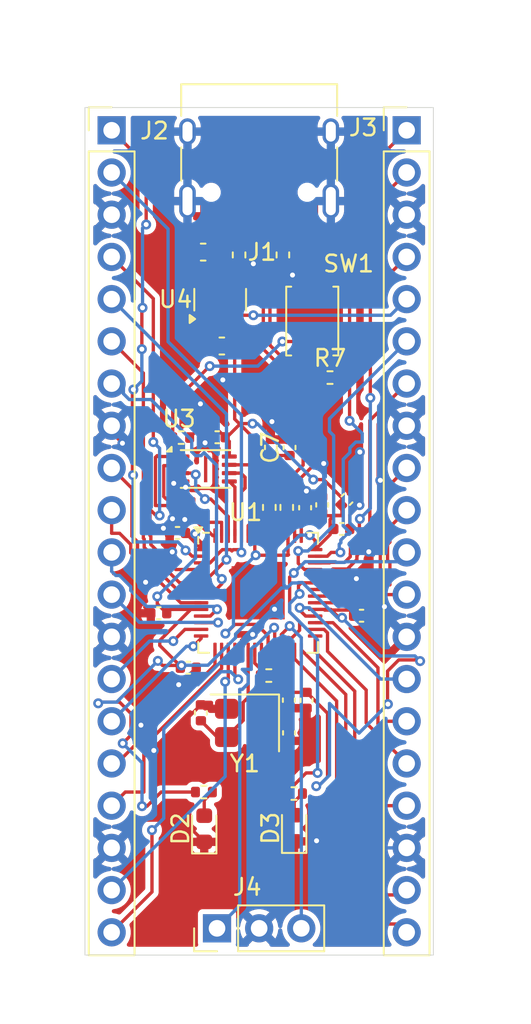
<source format=kicad_pcb>
(kicad_pcb (version 20241229) (generator "pcbnew") (generator_version "9.0")
  (layers (0 "F.Cu" signal) (2 "B.Cu" signal) (13 "F.Paste" user) (15 "B.Paste" user) (5 "F.SilkS" user "F.Silkscreen") (7 "B.SilkS" user "B.Silkscreen") (1 "F.Mask" user) (3 "B.Mask" user) (25 "Edge.Cuts" user))
  (net 0 "")
  (net 1 "GND")
  (net 2 "+3V3")
  (net 3 "VBUS")
  (net 4 "XIN")
  (net 5 "Net-(C16-Pad2)")
  (net 6 "Net-(D2-A)")
  (net 7 "Net-(D3-A)")
  (net 8 "Net-(J1-CC1)")
  (net 9 "USB_D+")
  (net 10 "Net-(J1-CC2)")
  (net 11 "USB_D-")
  (net 12 "GPIO3")
  (net 13 "GPIO2")
  (net 14 "GPIO15")
  (net 15 "GPIO10")
  (net 16 "GPIO5")
  (net 17 "GPIO6")
  (net 18 "GPIO13")
  (net 19 "GPIO0")
  (net 20 "GPIO14")
  (net 21 "GPIO9")
  (net 22 "GPIO4")
  (net 23 "GPIO1")
  (net 24 "GPIO8")
  (net 25 "GPIO11")
  (net 26 "GPIO7")
  (net 27 "GPIO12")
  (net 28 "GPIO17")
  (net 29 "GPIO28_ADC2")
  (net 30 "GPIO19")
  (net 31 "GPIO27_ADC1")
  (net 32 "GPIO24")
  (net 33 "GPIO29_ADC3")
  (net 34 "GPIO23")
  (net 35 "GPIO22")
  (net 36 "RUN")
  (net 37 "GPIO18")
  (net 38 "GPIO26_ADC0")
  (net 39 "GPIO16")
  (net 40 "GPIO20")
  (net 41 "GPIO21")
  (net 42 "SWD")
  (net 43 "SWCLK")
  (net 44 "Net-(U1-USB_DP)")
  (net 45 "Net-(U1-USB_DM)")
  (net 46 "XOUT")
  (net 47 "QSPI_SS")
  (net 48 "Net-(R7-Pad1)")
  (net 49 "GPIO25")
  (net 50 "QSPI_SD0")
  (net 51 "QSPI_SD3")
  (net 52 "+1V1")
  (net 53 "QSPI_SD1")
  (net 54 "QSPI_SD2")
  (net 55 "QSPI_SCLK")
  (footprint "Resistor_SMD:R_0402_1005Metric" (layer "F.Cu") (at 161.23 80.93 180)
    (property "Reference" "R5" (hide yes))
    (property "Value" "1k")
  )
  (footprint "Resistor_SMD:R_0402_1005Metric" (layer "F.Cu") (at 162.3125 70.8125 -90)
    (property "Reference" "R4" (hide yes))
    (property "Value" "27")
  )
  (footprint "Package_TO_SOT_SMD:SOT-23" (layer "F.Cu") (at 158.3 58.3125 90)
    (property "Reference" "U4")
    (property "Value" "MCP1700x-330xxTT")
  )
  (footprint "Resistor_SMD:R_0402_1005Metric" (layer "F.Cu") (at 157.32 87.94)
    (property "Reference" "R8" (hide yes))
    (property "Value" "1k")
  )
  (footprint "Button_Switch_SMD:SW_Push_SPST_NO_Alps_SKRK" (layer "F.Cu") (at 163.85 59.6 -90)
    (property "Reference" "SW1")
    (property "Value" "SW_Push")
  )
  (footprint "Capacitor_SMD:C_0402_1005Metric" (layer "F.Cu") (at 165.940589 70.329411 45)
    (property "Reference" "C10" (hide yes))
    (property "Value" "0.1uF")
  )
  (footprint "Capacitor_SMD:C_0402_1005Metric" (layer "F.Cu") (at 166.82 77.33)
    (property "Reference" "C9" (hide yes))
    (property "Value" "0.1uF")
  )
  (footprint "Capacitor_SMD:C_0402_1005Metric" (layer "F.Cu") (at 163.42 70.83 90)
    (property "Reference" "C8" (hide yes))
    (property "Value" "0.1uF")
  )
  (footprint "Capacitor_SMD:C_0402_1005Metric" (layer "F.Cu") (at 161.36 67.2 90)
    (property "Reference" "C6" (hide yes))
    (property "Value" "0.1uF")
  )
  (footprint "LED_SMD:LED_0603_1608Metric" (layer "F.Cu") (at 157.34 90.15 90)
    (property "Reference" "D2")
    (property "Value" "LED_G")
  )
  (footprint "Capacitor_SMD:C_0402_1005Metric" (layer "F.Cu") (at 162.45 84.38 90)
    (property "Reference" "C16" (hide yes))
    (property "Value" "33pF")
  )
  (footprint "Package_DFN_QFN:QFN-56-1EP_7x7mm_P0.4mm_EP3.2x3.2mm" (layer "F.Cu") (at 160.5875 75.95)
    (property "Reference" "U1")
    (property "Value" "RP2040")
  )
  (footprint "Resistor_SMD:R_0402_1005Metric" (layer "F.Cu") (at 162.75 88.03)
    (property "Reference" "R9" (hide yes))
    (property "Value" "1k")
  )
  (footprint "Capacitor_SMD:C_0402_1005Metric" (layer "F.Cu") (at 158.12 66.59 180)
    (property "Reference" "C17" (hide yes))
    (property "Value" "0.1uF")
  )
  (footprint "Connector_PinHeader_2.54mm:PinHeader_1x20_P2.54mm_Vertical" (layer "F.Cu") (at 151.76 48.12)
    (property "Reference" "J2")
    (property "Value" "Conn_01x20")
  )
  (footprint "Capacitor_SMD:C_0402_1005Metric" (layer "F.Cu") (at 154.6 77.18 180)
    (property "Reference" "C3" (hide yes))
    (property "Value" "0.1uF")
  )
  (footprint "Capacitor_SMD:C_0402_1005Metric" (layer "F.Cu") (at 165.63 72.11)
    (property "Reference" "C11" (hide yes))
    (property "Value" "0.1uF")
  )
  (footprint "Capacitor_SMD:C_0402_1005Metric" (layer "F.Cu") (at 163.51 82.42 -90)
    (property "Reference" "C2" (hide yes))
    (property "Value" "0.1uF")
  )
  (footprint "Resistor_SMD:R_0402_1005Metric" (layer "F.Cu") (at 161.2625 70.8125 -90)
    (property "Reference" "R3" (hide yes))
    (property "Value" "27")
  )
  (footprint "Resistor_SMD:R_0402_1005Metric" (layer "F.Cu") (at 155.95 66.61 180)
    (property "Reference" "R6" (hide yes))
    (property "Value" "10k")
  )
  (footprint "Capacitor_SMD:C_0402_1005Metric" (layer "F.Cu") (at 157.1375 83.17 -90)
    (property "Reference" "C15" (hide yes))
    (property "Value" "33pF")
  )
  (footprint "Capacitor_SMD:C_0402_1005Metric" (layer "F.Cu") (at 156.38 80.46)
    (property "Reference" "C1" (hide yes))
    (property "Value" "1uF")
  )
  (footprint "Resistor_SMD:R_0402_1005Metric" (layer "F.Cu") (at 162.08 55.62 -90)
    (property "Reference" "R1" (hide yes))
    (property "Value" "5.1k")
  )
  (footprint "Connector_USB:USB_C_Receptacle_HRO_TYPE-C-31-M-12" (layer "F.Cu") (at 160.65 49.25 180)
    (property "Reference" "J1")
    (property "Value" "USB_C_Receptacle_USB2.0_14P")
  )
  (footprint "Resistor_SMD:R_0402_1005Metric" (layer "F.Cu") (at 159.44 55.62 -90)
    (property "Reference" "R2" (hide yes))
    (property "Value" "5.1k")
  )
  (footprint "Resistor_SMD:R_0402_1005Metric" (layer "F.Cu") (at 164.92 63)
    (property "Reference" "R7")
    (property "Value" "1k")
  )
  (footprint "Crystal:Crystal_SMD_3225-4Pin_3.2x2.5mm" (layer "F.Cu") (at 159.7875 83.78 180)
    (property "Reference" "Y1")
    (property "Value" "12 MHz")
  )
  (footprint "Capacitor_SMD:C_0402_1005Metric" (layer "F.Cu") (at 155.73 72.35 180)
    (property "Reference" "C4" (hide yes))
    (property "Value" "0.1uF")
  )
  (footprint "Capacitor_SMD:C_0603_1608Metric" (layer "F.Cu") (at 157.275 55.45 180)
    (property "Reference" "C13" (hide yes))
    (property "Value" "10uF")
  )
  (footprint "Capacitor_SMD:C_0402_1005Metric" (layer "F.Cu") (at 162.48 67.21 90)
    (property "Reference" "C7")
    (property "Value" "0.1uF")
  )
  (footprint "LED_SMD:LED_0603_1608Metric" (layer "F.Cu") (at 162.76 90.12 90)
    (property "Reference" "D3")
    (property "Value" "LED")
  )
  (footprint "Package_SON:Winbond_USON-8-1EP_3x2mm_P0.5mm_EP0.2x1.6mm" (layer "F.Cu") (at 157.425 68.5)
    (property "Reference" "U3")
    (property "Value" "W25Q128JVS")
  )
  (footprint "Connector_PinHeader_2.54mm:PinHeader_1x03_P2.54mm_Vertical" (layer "F.Cu") (at 158.11 96.14 90)
    (property "Reference" "J4")
    (property "Value" "Conn_01x03")
  )
  (footprint "Capacitor_SMD:C_0402_1005Metric" (layer "F.Cu") (at 162.44 82.41 -90)
    (property "Reference" "C12" (hide yes))
    (property "Value" "1uF")
  )
  (footprint "Capacitor_SMD:C_0603_1608Metric" (layer "F.Cu") (at 158.4 61.1 180)
    (property "Reference" "C14" (hide yes))
    (property "Value" "10uF")
  )
  (footprint "Connector_PinHeader_2.54mm:PinHeader_1x20_P2.54mm_Vertical" (layer "F.Cu") (at 169.54 48.12)
    (property "Reference" "J3")
    (property "Value" "Conn_01x20")
  )
  (footprint "Capacitor_SMD:C_0402_1005Metric" (layer "F.Cu") (at 164.45 70.66 90)
    (property "Reference" "C5" (hide yes))
    (property "Value" "0.1uF")
  )
  (gr_rect (start 150.15 46.75) (end 171.15 97.75) (stroke (width 0.05)) (fill no) (layer "Edge.Cuts"))
  (segment (start 157.3775 82.93) (end 157.1375 82.69) (width 0.2) (layer "F.Cu") (net 1))
  (segment (start 167.3 77.33) (end 167.656176 77.33) (width 0.2) (layer "F.Cu") (net 1))
  (segment (start 157.826 67.399) (end 157.61 67.399) (width 0.2) (layer "F.Cu") (net 1))
  (segment (start 155.426116 72.173884) (end 155.25 72.35) (width 0.2) (layer "F.Cu") (net 1))
  (segment (start 159.5875 78.8045) (end 159.742 78.65) (width 0.2) (layer "F.Cu") (net 1))
  (segment (start 155.25 72.35) (end 156.059998 71.540002) (width 0.2) (layer "F.Cu") (net 1))
  (segment (start 158.6875 82.93) (end 157.3775 82.93) (width 0.2) (layer "F.Cu") (net 1))
  (segment (start 158.099 69.035202) (end 158.134202 69) (width 0.2) (layer "F.Cu") (net 1))
  (segment (start 166.52 67.28) (end 165.91 67.28) (width 0.2) (layer "F.Cu") (net 1))
  (segment (start 163.59 70.18) (end 163.42 70.35) (width 0.2) (layer "F.Cu") (net 1))
  (segment (start 155.412727 73.49) (end 155.412727 72.512727) (width 0.2) (layer "F.Cu") (net 1))
  (segment (start 155.5 69.6) (end 155.85 69.25) (width 0.2) (layer "F.Cu") (net 1))
  (segment (start 156 69.25) (end 156.37 69.62) (width 0.2) (layer "F.Cu") (net 1))
  (segment (start 157.024 69.62) (end 157.024 69.601) (width 0.2) (layer "F.Cu") (net 1))
  (segment (start 163.496681 69.824946) (end 163.496681 70.273319) (width 0.2) (layer "F.Cu") (net 1))
  (segment (start 157.389581 67.178581) (end 157.61 67.399) (width 0.2) (layer "F.Cu") (net 1))
  (segment (start 159.89 78.65) (end 160.062903 78.65) (width 0.2) (layer "F.Cu") (net 1))
  (segment (start 159.44 56.13) (end 160.28 56.13) (width 0.2) (layer "F.Cu") (net 1))
  (segment (start 155.85 69.25) (end 156 69.25) (width 0.2) (layer "F.Cu") (net 1))
  (segment (start 153.431 89.629) (end 156.0315 89.629) (width 0.2) (layer "F.Cu") (net 1))
  (segment (start 168.24 67.13) (end 167.95 67.42) (width 0.2) (layer "F.Cu") (net 1))
  (segment (start 155.886358 69.363642) (end 156 69.25) (width 0.2) (layer "F.Cu") (net 1))
  (segment (start 153.76 76.82) (end 153.76 75.36) (width 0.2) (layer "F.Cu") (net 1))
  (segment (start 160.28 56.13) (end 160.3 56.15) (width 0.2) (layer "F.Cu") (net 1))
  (segment (start 166.28 68.17) (end 166.24 68.13) (width 0.2) (layer "F.Cu") (net 1))
  (segment (start 156.059998 71.540002) (end 156.166472 71.540002) (width 0.2) (layer "F.Cu") (net 1))
  (segment (start 157.093 69.67) (end 158.16 69.67) (width 0.2) (layer "F.Cu") (net 1))
  (segment (start 159.742 78.65) (end 159.89 78.65) (width 0.2) (layer "F.Cu") (net 1))
  (segment (start 158.134202 69) (end 158.099 68.964798) (width 0.2) (layer "F.Cu") (net 1))
  (segment (start 162.47 66.72) (end 162.48 66.73) (width 0.2) (layer "F.Cu") (net 1))
  (segment (start 156.37 69.62) (end 157.024 69.62) (width 0.2) (layer "F.Cu") (net 1))
  (segment (start 156.13 83.6975) (end 156.13 85.57) (width 0.2) (layer "F.Cu") (net 1))
  (segment (start 154.431523 85.57) (end 154.3 85.438477) (width 0.2) (layer "F.Cu") (net 1))
  (segment (start 168.27 77.33) (end 167.3 77.33) (width 0.2) (layer "F.Cu") (net 1))
  (segment (start 154.69 80.921) (end 154.501 80.921) (width 0.2) (layer "F.Cu") (net 1))
  (segment (start 158.16 69.525798) (end 158.099 69.464798) (width 0.2) (layer "F.Cu") (net 1))
  (segment (start 156.13 85.57) (end 154.431523 85.57) (width 0.2) (layer "F.Cu") (net 1))
  (segment (start 158.099 68.464798) (end 158.099 68.035202) (width 0.2) (layer "F.Cu") (net 1))
  (segment (start 164.45 70.18) (end 163.59 70.18) (width 0.2) (layer "F.Cu") (net 1))
  (segment (start 166.11 72.11) (end 166.11 71.261471) (width 0.2) (layer "F.Cu") (net 1))
  (segment (start 158.6475 82.69) (end 158.6875 82.65) (width 0.2) (layer "F.Cu") (net 1))
  (segment (start 157.389581 66.92314) (end 157.389581 67.178581) (width 0.2) (layer "F.Cu") (net 1))
  (segment (start 160.062903 78.65) (end 160.257188 78.455715) (width 0.2) (layer "F.Cu") (net 1))
  (segment (start 154.12 77.18) (end 153.76 76.82) (width 0.2) (layer "F.Cu") (net 1))
  (segment (start 157.1375 82.69) (end 156.13 83.6975) (width 0.2) (layer "F.Cu") (net 1))
  (segment (start 167.656176 77.33) (end 168.201514 76.784662) (width 0.2) (layer "F.Cu") (net 1))
  (segment (start 157.024 69.601) (end 157.093 69.67) (width 0.2) (layer "F.Cu") (net 1))
  (segment (start 158.134202 68.5) (end 158.099 68.464798) (width 0.2) (layer "F.Cu") (net 1))
  (segment (start 167.95 67.42) (end 167.95 69.181472) (width 0.2) (layer "F.Cu") (net 1))
  (segment (start 157.61 67.399) (end 157.61 66.62) (width 0.2) (layer "F.Cu") (net 1))
  (segment (start 151.76 65.9) (end 151.76 66.3) (width 0.2) (layer "F.Cu") (net 1))
  (segment (start 153.76 75.36) (end 153.805735 75.314265) (width 0.2) (layer "F.Cu") (net 1))
  (segment (start 167.257382 74.352618) (end 166.51 75.1) (width 0.2) (layer "F.Cu") (net 1))
  (segment (start 165.43 67.28) (end 164.54 68.17) (width 0.2) (layer "F.Cu") (net 1))
  (segment (start 154.69 80.921) (end 154.69 82.749023) (width 0.2) (layer "F.Cu") (net 1))
  (segment (start 161.42 65.65) (end 161.42 66.66) (width 0.2) (layer "F.Cu") (net 1))
  (segment (start 164.11 90.87) (end 162.7975 90.87) (width 0.2) (layer "F.Cu") (net 1))
  (segment (start 158.134202 68) (end 158.099 67.964798) (width 0.2) (layer "F.Cu") (net 1))
  (segment (start 156.0315 89.629) (end 157.34 90.9375) (width 0.2) (layer "F.Cu") (net 1))
  (segment (start 166.11 71.261471) (end 166.695737 70.675734) (width 0.2) (layer "F.Cu") (net 1))
  (segment (start 155.5 69.606452) (end 155.506452 69.6) (width 0.2) (layer "F.Cu") (net 1))
  (segment (start 169.54 65.9) (end 168.31 67.13) (width 0.2) (layer "F.Cu") (net 1))
  (segment (start 151.76 65.9) (end 151.76 66.43) (width 0.2) (layer "F.Cu") (net 1))
  (segment (start 165.91 67.28) (end 165.43 67.28) (width 0.2) (layer "F.Cu") (net 1))
  (segment (start 155.5 69.7) (end 155.5 69.606452) (width 0.2) (layer "F.Cu") (net 1))
  (segment (start 157.11 64.49) (end 158.46 63.14) (width 0.2) (layer "F.Cu") (net 1))
  (segment (start 154.909 81.14) (end 154.69 80.921) (width 0.2) (layer "F.Cu") (net 1))
  (segment (start 157.64 66.59) (end 157.64 66.643288) (width 0.2) (layer "F.Cu") (net 1))
  (segment (start 158.16 69.67) (end 158.16 69.525798) (width 0.2) (layer "F.Cu") (net 1))
  (segment (start 158.099 67.672) (end 157.826 67.399) (width 0.2) (layer "F.Cu") (net 1))
  (segment (start 153.95 80.37) (end 153.53 80.37) (width 0.2) (layer "F.Cu") (net 1))
  (segment (start 151.76 91.3) (end 153.431 89.629) (width 0.2) (layer "F.Cu") (net 1))
  (segment (start 155.25 72.35) (end 155.16098 72.35) (width 0.2) (layer "F.Cu") (net 1))
  (segment (start 153.53 80.37) (end 151.76 78.6) (width 0.2) (layer "F.Cu") (net 1))
  (segment (start 162.66 56.83) (end 162.66 56.71) (width 0.2) (layer "F.Cu") (net 1))
  (segment (start 155.506452 69.6) (end 156.216196 69.6) (width 0.2) (layer "F.Cu") (net 1))
  (segment (start 168.31 67.13) (end 168.24 67.13) (width 0.2) (layer "F.Cu") (net 1))
  (segment (start 159.5875 79.3875) (end 159.5875 78.8045) (width 0.2) (layer "F.Cu") (net 1))
  (segment (start 155.84 81.48) (end 155.8 81.48) (width 0.2) (layer "F.Cu") (net 1))
  (segment (start 161.42 66.66) (end 161.36 66.72) (width 0.2) (layer "F.Cu") (net 1))
  (segment (start 158.099 68.964798) (end 158.099 68.535202) (width 0.2) (layer "F.Cu") (net 1))
  (segment (start 166.72 67.48) (end 166.52 67.28) (width 0.2) (layer "F.Cu") (net 1))
  (segment (start 155.16098 72.35) (end 154.877848 72.066868) (width 0.2) (layer "F.Cu") (net 1))
  (segment (start 157.61 66.62) (end 157.64 66.59) (width 0.2) (layer "F.Cu") (net 1))
  (segment (start 161.36 66.72) (end 162.47 66.72) (width 0.2) (layer "F.Cu") (net 1))
  (segment (start 163.496681 70.273319) (end 163.42 70.35) (width 0.2) (layer "F.Cu") (net 1))
  (segment (start 155.499999 69.363642) (end 155.886358 69.363642) (width 0.2) (layer "F.Cu") (net 1))
  (segment (start 162.66 56.71) (end 162.08 56.13) (width 0.2) (layer "F.Cu") (net 1))
  (segment (start 158.099 68.035202) (end 158.134202 68) (width 0.2) (layer "F.Cu") (net 1))
  (segment (start 151.76 66.3) (end 152.41 66.95) (width 0.2) (layer "F.Cu") (net 1))
  (segment (start 158.46 61.935) (end 158.46 63.14) (width 0.2) (layer "F.Cu") (net 1))
  (segment (start 155.412727 72.512727) (end 155.25 72.35) (width 0.2) (layer "F.Cu") (net 1))
  (segment (start 154.501 80.921) (end 153.95 80.37) (width 0.2) (layer "F.Cu") (net 1))
  (segment (start 158.099 67.964798) (end 158.099 67.672) (width 0.2) (layer "F.Cu") (net 1))
  (segment (start 162.7975 90.87) (end 162.76 90.9075) (width 0.2) (layer "F.Cu") (net 1))
  (segment (start 167.257382 73.48) (end 167.257382 74.352618) (width 0.2) (layer "F.Cu") (net 1))
  (segment (start 169.54 78.6) (end 168.27 77.33) (width 0.2) (layer "F.Cu") (net 1))
  (segment (start 157.625 61.1) (end 158.46 61.935) (width 0.2) (layer "F.Cu") (net 1))
  (segment (start 158.099 68.535202) (end 158.134202 68.5) (width 0.2) (layer "F.Cu") (net 1))
  (segment (start 156.86 80.46) (end 155.84 81.48) (width 0.2) (layer "F.Cu") (net 1))
  (segment (start 166.28 69.99) (end 166.28 68.17) (width 0.2) (layer "F.Cu") (net 1))
  (segment (start 157.11 64.58) (end 157.11 64.49) (width 0.2) (layer "F.Cu") (net 1))
  (segment (start 155.5 69.7) (end 155.5 69.6) (width 0.2) (layer "F.Cu") (net 1))
  (segment (start 155.426116 71.494029) (end 155.426116 72.173884) (width 0.2) (layer "F.Cu") (net 1))
  (segment (start 157.04 80.31) (end 156.21 81.14) (width 0.2) (layer "F.Cu") (net 1))
  (segment (start 154.69 82.749023) (end 153.525225 83.913798) (width 0.2) (layer "F.Cu") (net 1))
  (segment (start 158.099 69.464798) (end 158.099 69.035202) (width 0.2) (layer "F.Cu") (net 1))
  (segment (start 156.21 81.14) (end 154.909 81.14) (width 0.2) (layer "F.Cu") (net 1))
  (via (at 155.8 81.48) (size 0.6) (drill 0.3) (layers "F.Cu" "B.Cu") (net 1))
  (via (at 153.805735 75.314265) (size 0.6) (drill 0.3) (layers "F.Cu" "B.Cu") (net 1))
  (via (at 162.66 56.83) (size 0.6) (drill 0.3) (layers "F.Cu" "B.Cu") (net 1))
  (via (at 167.257382 73.48) (size 0.6) (drill 0.3) (layers "F.Cu" "B.Cu") (net 1))
  (via (at 160.257188 78.455715) (size 0.6) (drill 0.3) (layers "F.Cu" "B.Cu") (net 1))
  (via (at 161.42 65.65) (size 0.6) (drill 0.3) (layers "F.Cu" "B.Cu") (net 1))
  (via (at 161.574465 76.936965) (size 0.6) (drill 0.3) (layers "F.Cu" "B.Cu") (net 1))
  (via (at 158.46 63.14) (size 0.6) (drill 0.3) (layers "F.Cu" "B.Cu") (net 1))
  (via (at 154.3 85.438477) (size 0.6) (drill 0.3) (layers "F.Cu" "B.Cu") (net 1))
  (via (at 154.877848 72.066868) (size 0.6) (drill 0.3) (layers "F.Cu" "B.Cu") (net 1))
  (via (at 153.525225 83.913798) (size 0.6) (drill 0.3) (layers "F.Cu" "B.Cu") (net 1))
  (via (at 152.41 66.95) (size 0.6) (drill 0.3) (layers "F.Cu" "B.Cu") (net 1))
  (via (at 156.166472 71.540002) (size 0.6) (drill 0.3) (layers "F.Cu" "B.Cu") (net 1))
  (via (at 166.695737 70.675734) (size 0.6) (drill 0.3) (layers "F.Cu" "B.Cu") (net 1))
  (via (at 166.51 75.1) (size 0.6) (drill 0.3) (layers "F.Cu" "B.Cu") (net 1))
  (via (at 167.95 69.181472) (size 0.6) (drill 0.3) (layers "F.Cu" "B.Cu") (net 1))
  (via (at 155.426116 71.494029) (size 0.6) (drill 0.3) (layers "F.Cu" "B.Cu") (net 1))
  (via (at 166.72 67.48) (size 0.6) (drill 0.3) (layers "F.Cu" "B.Cu") (net 1))
  (via (at 157.389581 66.92314) (size 0.6) (drill 0.3) (layers "F.Cu" "B.Cu") (net 1))
  (via (at 156.216196 69.6) (size 0.6) (drill 0.3) (layers "F.Cu" "B.Cu") (net 1))
  (via (at 160.3 56.15) (size 0.6) (drill 0.3) (layers "F.Cu" "B.Cu") (net 1))
  (via (at 164.54 68.17) (size 0.6) (drill 0.3) (layers "F.Cu" "B.Cu") (net 1))
  (via (at 157.11 64.58) (size 0.6) (drill 0.3) (layers "F.Cu" "B.Cu") (net 1))
  (via (at 155.499999 69.363642) (size 0.6) (drill 0.3) (layers "F.Cu" "B.Cu") (net 1))
  (via (at 155.412727 73.49) (size 0.6) (drill 0.3) (layers "F.Cu" "B.Cu") (net 1))
  (via (at 164.11 90.87) (size 0.6) (drill 0.3) (layers "F.Cu" "B.Cu") (net 1))
  (via (at 163.496681 69.824946) (size 0.6) (drill 0.3) (layers "F.Cu" "B.Cu") (net 1))
  (via (at 168.201514 76.784662) (size 0.6) (drill 0.3) (layers "F.Cu" "B.Cu") (net 1))
  (segment (start 160.257188 78.455715) (end 160.257188 78.254242) (width 0.2) (layer "B.Cu") (net 1))
  (segment (start 157.360148 66.92314) (end 157.389581 66.92314) (width 0.2) (layer "B.Cu") (net 1))
  (segment (start 164.54 91.3) (end 164.11 90.87) (width 0.2) (layer "B.Cu") (net 1))
  (segment (start 167.95 69.181472) (end 167.95 71.119943) (width 0.2) (layer "B.Cu") (net 1))
  (segment (start 162.6 56.77) (end 162.66 56.83) (width 0.2) (layer "B.Cu") (net 1))
  (segment (start 167.456382 73.679) (end 167.257382 73.48) (width 0.2) (layer "B.Cu") (net 1))
  (segment (start 155.8 81.48) (end 156.960893 81.48) (width 0.2) (layer "B.Cu") (net 1))
  (segment (start 168.201514 76.784662) (end 168.194662 76.784662) (width 0.2) (layer "B.Cu") (net 1))
  (segment (start 166.695737 70.675734) (end 166.119 71.252471) (width 0.2) (layer "B.Cu") (net 1))
  (segment (start 160.92 56.77) (end 162.41 56.77) (width 0.2) (layer "B.Cu") (net 1))
  (segment (start 156.216196 70.703949) (end 155.426116 71.494029) (width 0.2) (layer "B.Cu") (net 1))
  (segment (start 154.049 71.548943) (end 154.401057 71.901) (width 0.2) (layer "B.Cu") (net 1))
  (segment (start 154.401057 71.901) (end 154.898943 71.901) (width 0.2) (layer "B.Cu") (net 1))
  (segment (start 158.91 63.14) (end 161.42 65.65) (width 0.2) (layer "B.Cu") (net 1))
  (segment (start 164.074923 69.824946) (end 163.496681 69.824946) (width 0.2) (layer "B.Cu") (net 1))
  (segment (start 156.216196 69.6) (end 156.216196 70.703949) (width 0.2) (layer "B.Cu") (net 1))
  (segment (start 154.898943 71.901) (end 155.5 71.299943) (width 0.2) (layer "B.Cu") (net 1))
  (segment (start 166.175194 72.893806) (end 166.63 72.439) (width 0.2) (layer "B.Cu") (net 1))
  (segment (start 154.049 68.359) (end 154.049 71.548943) (width 0.2) (layer "B.Cu") (net 1))
  (segment (start 167.95 71.119943) (end 166.968943 72.101) (width 0.2) (layer "B.Cu") (net 1))
  (segment (start 156.166472 70.030114) (end 156.166472 71.540002) (width 0.2) (layer "B.Cu") (net 1))
  (segment (start 160.257188 78.254242) (end 161.574465 76.936965) (width 0.2) (layer "B.Cu") (net 1))
  (segment (start 156.987057 67.296231) (end 156.987057 64.702943) (width 0.2) (layer "B.Cu") (net 1))
  (segment (start 160.257188 78.455715) (end 159.985178 78.455715) (width 0.2) (layer "B.Cu") (net 1))
  (segment (start 158.46 63.14) (end 158.91 63.14) (width 0.2) (layer "B.Cu") (net 1))
  (segment (start 162.41 56.77) (end 162.6 56.77) (width 0.2) (layer "B.Cu") (net 1))
  (segment (start 169.54 91.3) (end 164.54 91.3) (width 0.2) (layer "B.Cu") (net 1))
  (segment (start 166.119 71.748944) (end 167.53 73.159944) (width 0.2) (layer "B.Cu") (net 1))
  (segment (start 166.175194 73.026892) (end 166.175194 72.893806) (width 0.2) (layer "B.Cu") (net 1))
  (segment (start 166.119 68.081) (end 166.72 67.48) (width 0.2) (layer "B.Cu") (net 1))
  (segment (start 166.63 72.439) (end 166.63 72.101) (width 0.2) (layer "B.Cu") (net 1))
  (segment (start 164.54 68.17) (end 164.54 69.359869) (width 0.2) (layer "B.Cu") (net 1))
  (segment (start 167.53 73.679) (end 167.456382 73.679) (width 0.2) (layer "B.Cu") (net 1))
  (segment (start 159.985178 78.455715) (end 156.960893 81.48) (width 0.2) (layer "B.Cu") (net 1))
  (segment (start 155.499999 69.363642) (end 156.166472 70.030114) (width 0.2) (layer "B.Cu") (net 1))
  (segment (start 153.37 84.069023) (end 153.37 84.38) (width 0.2) (layer "B.Cu") (net 1))
  (segment (start 166.968943 72.101) (end 166.63 72.101) (width 0.2) (layer "B.Cu") (net 1))
  (segment (start 155.5 71.299943) (end 155.5 69.363643) (width 0.2) (layer "B.Cu") (net 1))
  (segment (start 160.3 56.15) (end 160.92 56.77) (width 0.2) (layer "B.Cu") (net 1))
  (segment (start 152.64 66.95) (end 154.049 68.359) (width 0.2) (layer "B.Cu") (net 1))
  (segment (start 166.119 71.748943) (end 166.119 68.081) (width 0.2) (layer "B.Cu") (net 1))
  (segment (start 153.805735 75.096992) (end 155.412727 73.49) (width 0.2) (layer "B.Cu") (net 1))
  (segment (start 154.3 84.688573) (end 153.525225 83.913798) (width 0.2) (layer "B.Cu") (net 1))
  (segment (start 166.119 71.252471) (end 166.119 71.748944) (width 0.2) (layer "B.Cu") (net 1))
  (segment (start 164.54 69.359869) (end 164.074923 69.824946) (width 0.2) (layer "B.Cu") (net 1))
  (segment (start 156.987057 67.296231) (end 157.360148 66.92314) (width 0.2) (layer "B.Cu") (net 1))
  (segment (start 156.987057 64.702943) (end 157.11 64.58) (width 0.2) (layer "B.Cu") (net 1))
  (segment (start 155.5 69.363643) (end 155.499999 69.363642) (width 0.2) (layer "B.Cu") (net 1))
  (segment (start 153.525225 83.913798) (end 153.37 84.069023) (width 0.2) (layer "B.Cu") (net 1))
  (segment (start 166.471057 72.101) (end 166.119 71.748943) (width 0.2) (layer "B.Cu") (net 1))
  (segment (start 167.53 73.159944) (end 167.53 73.679) (width 0.2) (layer "B.Cu") (net 1))
  (segment (start 154.3 85.438477) (end 154.3 84.688573) (width 0.2) (layer "B.Cu") (net 1))
  (segment (start 152.41 66.95) (end 152.64 66.95) (width 0.2) (layer "B.Cu") (net 1))
  (segment (start 153.805735 75.314265) (end 153.805735 75.096992) (width 0.2) (layer "B.Cu") (net 1))
  (segment (start 166.63 72.101) (end 166.471057 72.101) (width 0.2) (layer "B.Cu") (net 1))
  (segment (start 168.194662 76.784662) (end 166.51 75.1) (width 0.2) (layer "B.Cu") (net 1))
  (segment (start 160.7875 72.5125) (end 161.1875 72.5125) (width 0.2) (layer "F.Cu") (net 2))
  (segment (start 165.64 70.24) (end 164.539963 69.139963) (width 0.2) (layer "F.Cu") (net 2))
  (segment (start 155.9 80.46) (end 155.76 80.32) (width 0.2) (layer "F.Cu") (net 2))
  (segment (start 164.56 76.95) (end 164.6 76.99) (width 0.2) (layer "F.Cu") (net 2))
  (segment (start 164.925 72.45) (end 164.025 73.35) (width 0.2) (layer "F.Cu") (net 2))
  (segment (start 164.925 71.535) (end 164.925 72.45) (width 0.2) (layer "F.Cu") (net 2))
  (segment (start 150.95 82.599999) (end 151.020999 82.529) (width 0.2) (layer "F.Cu") (net 2))
  (segment (start 157.15 76.95) (end 155.31 76.95) (width 0.2) (layer "F.Cu") (net 2))
  (segment (start 161.37 67.69) (end 161.36 67.68) (width 0.2) (layer "F.Cu") (net 2))
  (segment (start 163.1875 71.5425) (end 163.42 71.31) (width 0.2) (layer "F.Cu") (net 2))
  (segment (start 158.85 66.84) (end 158.6 66.59) (width 0.2) (layer "F.Cu") (net 2))
  (segment (start 164.223801 87.586142) (end 164.771 87.038943) (width 0.2) (layer "F.Cu") (net 2))
  (segment (start 165.649265 77.450735) (end 165.469265 77.450735) (width 0.2) (layer "F.Cu") (net 2))
  (segment (start 161.12 80.3) (end 162.05034 80.3) (width 0.2) (layer "F.Cu") (net 2))
  (segment (start 159.175 65.495) (end 159.485 65.805) (width 0.2) (layer "F.Cu") (net 2))
  (segment (start 164.091507 87.586142) (end 164.223801 87.586142) (width 0.2) (layer "F.Cu") (net 2))
  (segment (start 159.175 61.1) (end 159.175 65.495) (width 0.2) (layer "F.Cu") (net 2))
  (segment (start 168.389 80.66324) (end 168.389 82.629) (width 0.2) (layer "F.Cu") (net 2))
  (segment (start 154.66 79.12) (end 154.66 78.82) (width 0.2) (layer "F.Cu") (net 2))
  (segment (start 153.89 88.79) (end 154.74 87.94) (width 0.2) (layer "F.Cu") (net 2))
  (segment (start 160.3 59.25) (end 159.25 59.25) (width 0.2) (layer "F.Cu") (net 2))
  (segment (start 165.62 71.31) (end 165.64 71.29) (width 0.2) (layer "F.Cu") (net 2))
  (segment (start 164.45 71.31) (end 165.62 71.31) (width 0.2) (layer "F.Cu") (net 2))
  (segment (start 157.15 72.92) (end 157.15 73.35) (width 0.2) (layer "F.Cu") (net 2))
  (segment (start 164.96953 76.951) (end 164.561274 76.951) (width 0.2) (layer "F.Cu") (net 2))
  (segment (start 157.15 73.35) (end 157.15 73.29) (width 0.2) (layer "F.Cu") (net 2))
  (segment (start 160.7875 71.977226) (end 160.7875 72.5125) (width 0.2) (layer "F.Cu") (net 2))
  (segment (start 160.610137 68.429863) (end 160.610137 71.799863) (width 0.2) (layer "F.Cu") (net 2))
  (segment (start 160.7875 79.9675) (end 161.12 80.3) (width 0.2) (layer "F.Cu") (net 2))
  (segment (start 156.53 76.95) (end 157.15 76.95) (width 0.2) (layer "F.Cu") (net 2))
  (segment (start 151.020999 82.529) (end 152.23676 82.529) (width 0.2) (layer "F.Cu") (net 2))
  (segment (start 159.25 61.025) (end 159.175 61.1) (width 0.2) (layer "F.Cu") (net 2))
  (segment (start 152.925225 83.217465) (end 152.925225 84.513796) (width 0.2) (layer "F.Cu") (net 2))
  (segment (start 155.76 80.32) (end 154.82 80.32) (width 0.2) (layer "F.Cu") (net 2))
  (segment (start 164.6 76.99) (end 166.34 76.99) (width 0.2) (layer "F.Cu") (net 2))
  (segment (start 154.82 80.32) (end 154.545735 80.045735) (width 0.2) (layer "F.Cu") (net 2))
  (segment (start 157.989 65.979) (end 157.091 65.979) (width 0.2) (layer "F.Cu") (net 2))
  (segment (start 164.025 73.35) (end 164.025 72.805) (width 0.2) (layer "F.Cu") (net 2))
  (segment (start 155.31 76.95) (end 155.08 77.18) (width 0.2) (layer "F.Cu") (net 2))
  (segment (start 170.35 80.059998) (end 170.279002 79.989) (width 0.2) (layer "F.Cu") (net 2))
  (segment (start 158.7 66.59) (end 159.485 65.805) (width 0.2) (layer "F.Cu") (net 2))
  (segment (start 152.925225 84.513796) (end 152.427468 85.011553) (width 0.2) (layer "F.Cu") (net 2))
  (segment (start 160.610137 71.799863) (end 160.7875 71.977226) (width 0.2) (layer "F.Cu") (net 2))
  (segment (start 162.48 67.69) (end 161.37 67.69) (width 0.2) (layer "F.Cu") (net 2))
  (segment (start 162.44 80.68966) (end 162.44 81.93) (width 0.2) (layer "F.Cu") (net 2))
  (segment (start 156.790735 72.560735) (end 157.15 72.92) (width 0.2) (layer "F.Cu") (net 2))
  (segment (start 158.85 67.75) (end 158.85 66.84) (width 0.2) (layer "F.Cu") (net 2))
  (segment (start 162.05034 80.3) (end 162.44 80.68966) (width 0.2) (layer "F.Cu") (net 2))
  (segment (start 158.6 66.59) (end 157.989 65.979) (width 0.2) (layer "F.Cu") (net 2))
  (segment (start 154.66 78.82) (end 156.53 76.95) (width 0.2) (layer "F.Cu") (net 2))
  (segment (start 164.539963 69.139963) (end 163.909963 69.139963) (width 0.2) (layer "F.Cu") (net 2))
  (segment (start 165.17 71.29) (end 164.925 71.535) (width 0.2) (layer "F.Cu") (net 2))
  (segment (start 161.36 67.68) (end 160.610137 68.429863) (width 0.2) (layer "F.Cu") (net 2))
  (segment (start 163.42 71.31) (end 164.45 71.31) (width 0.2) (layer "F.Cu") (net 2))
  (segment (start 163.51 81.94) (end 162.45 81.94) (width 0.2) (layer "F.Cu") (net 2))
  (segment (start 165.64 71.29) (end 165.64 70.24) (width 0.2) (layer "F.Cu") (net 2))
  (segment (start 159.485 65.805) (end 161.36 67.68) (width 0.2) (layer "F.Cu") (net 2))
  (segment (start 162.45 81.94) (end 162.44 81.93) (width 0.2) (layer "F.Cu") (net 2))
  (segment (start 170.279002 79.989) (end 169.06324 79.989) (width 0.2) (layer "F.Cu") (net 2))
  (segment (start 163.1875 72.5125) (end 163.1875 71.5425) (width 0.2) (layer "F.Cu") (net 2))
  (segment (start 159.25 59.25) (end 159.25 61.025) (width 0.2) (layer "F.Cu") (net 2))
  (segment (start 164.771 83.201) (end 163.51 81.94) (width 0.2) (layer "F.Cu") (net 2))
  (segment (start 157.091 65.979) (end 156.46 66.61) (width 0.2) (layer "F.Cu") (net 2))
  (segment (start 162.7875 72.5125) (end 163.1875 72.5125) (width 0.2) (layer "F.Cu") (net 2))
  (segment (start 156.790735 72.409265) (end 156.790735 72.560735) (width 0.2) (layer "F.Cu") (net 2))
  (segment (start 152.23676 82.529) (end 152.925225 83.217465) (width 0.2) (layer "F.Cu") (net 2))
  (segment (start 164.025 76.95) (end 164.56 76.95) (width 0.2) (layer "F.Cu") (net 2))
  (segment (start 159.52 65.77) (end 159.485 65.805) (width 0.2) (layer "F.Cu") (net 2))
  (segment (start 164.771 87.038943) (end 164.771 83.201) (width 0.2) (layer "F.Cu") (net 2))
  (segment (start 160.7875 79.3875) (end 160.7875 79.9675) (width 0.2) (layer "F.Cu") (net 2))
  (segment (start 155.967528 80.321) (end 155.956528 80.31) (width 0.2) (layer "F.Cu") (net 2))
  (segment (start 164.025 72.805) (end 163.700735 72.480735) (width 0.2) (layer "F.Cu") (net 2))
  (segment (start 154.51 76.61) (end 155.08 77.18) (width 0.2) (layer "F.Cu") (net 2))
  (segment (start 155.956528 80.31) (end 155.85 80.31) (width 0.2) (layer "F.Cu") (net 2))
  (segment (start 157.15 73.29) (end 156.21 72.35) (width 0.2) (layer "F.Cu") (net 2))
  (segment (start 154.74 87.94) (end 156.81 87.94) (width 0.2) (layer "F.Cu") (net 2))
  (segment (start 165.469265 77.450735) (end 164.96953 76.951) (width 0.2) (layer "F.Cu") (net 2))
  (segment (start 154.51 76.17) (end 154.51 76.61) (width 0.2) (layer "F.Cu") (net 2))
  (segment (start 169.06324 79.989) (end 168.389 80.66324) (width 0.2) (layer "F.Cu") (net 2))
  (segment (start 153.59 88.79) (end 153.89 88.79) (width 0.2) (layer "F.Cu") (net 2))
  (segment (start 160.25 65.77) (end 159.52 65.77) (width 0.2) (layer "F.Cu") (net 2))
  (segment (start 158.85 67.75) (end 158.9 67.75) (width 0.2) (layer "F.Cu") (net 2))
  (segment (start 158.6 66.59) (end 158.7 66.59) (width 0.2) (layer "F.Cu") (net 2))
  (segment (start 165.64 71.29) (end 165.17 71.29) (width 0.2) (layer "F.Cu") (net 2))
  (segment (start 155.85 80.31) (end 154.66 79.12) (width 0.2) (layer "F.Cu") (net 2))
  (segment (start 168.389 82.629) (end 168.41 82.65) (width 0.2) (layer "F.Cu") (net 2))
  (via (at 152.427468 85.011553) (size 0.6) (drill 0.3) (layers "F.Cu" "B.Cu") (net 2))
  (via (at 154.51 76.17) (size 0.6) (drill 0.3) (layers "F.Cu" "B.Cu") (net 2))
  (via (at 154.545735 80.045735) (size 0.6) (drill 0.3) (layers "F.Cu" "B.Cu") (net 2))
  (via (at 160.25 65.77) (size 0.6) (drill 0.3) (layers "F.Cu" "B.Cu") (net 2))
  (via (at 170.35 80.059998) (size 0.6) (drill 0.3) (layers "F.Cu" "B.Cu") (net 2))
  (via (at 163.700735 72.480735) (size 0.6) (drill 0.3) (layers "F.Cu" "B.Cu") (net 2))
  (via (at 160.3 59.25) (size 0.6) (drill 0.3) (layers "F.Cu" "B.Cu") (net 2))
  (via (at 153.59 88.79) (size 0.6) (drill 0.3) (layers "F.Cu" "B.Cu") (net 2))
  (via (at 164.091507 87.586142) (size 0.6) (drill 0.3) (layers "F.Cu" "B.Cu") (net 2))
  (via (at 165.649265 77.450735) (size 0.6) (drill 0.3) (layers "F.Cu" "B.Cu") (net 2))
  (via (at 163.909963 69.139963) (size 0.6) (drill 0.3) (layers "F.Cu" "B.Cu") (net 2))
  (via (at 168.41 82.65) (size 0.6) (drill 0.3) (layers "F.Cu" "B.Cu") (net 2))
  (via (at 156.790735 72.409265) (size 0.6) (drill 0.3) (layers "F.Cu" "B.Cu") (net 2))
  (via (at 155.967528 80.321) (size 0.6) (drill 0.3) (layers "F.Cu" "B.Cu") (net 2))
  (via (at 150.95 82.599999) (size 0.6) (drill 0.3) (layers "F.Cu" "B.Cu") (net 2))
  (segment (start 163.10881 72.480735) (end 162.139 73.450545) (width 0.2) (layer "B.Cu") (net 2))
  (segment (start 159.228746 78.645047) (end 159.228746 78.434154) (width 0.2) (layer "B.Cu") (net 2))
  (segment (start 163.700735 72.480735) (end 163.10881 72.480735) (width 0.2) (layer "B.Cu") (net 2))
  (segment (start 156.8135 73.8665) (end 154.51 76.17) (width 0.2) (layer "B.Cu") (net 2))
  (segment (start 156.790735 72.409265) (end 156.8135 72.43203) (width 0.2) (layer "B.Cu") (net 2))
  (segment (start 153.59 86.174085) (end 153.59 88.79) (width 0.2) (layer "B.Cu") (net 2))
  (segment (start 170.041002 79.751) (end 170.35 80.059998) (width 0.2) (layer "B.Cu") (net 2))
  (segment (start 162.987943 75.358527) (end 163.012972 75.333498) (width 0.2) (layer "B.Cu") (net 2))
  (segment (start 162.0039 75.659) (end 162.329 75.659) (width 0.2) (layer "B.Cu") (net 2))
  (segment (start 154.545735 80.045735) (end 152.06247 82.529) (width 0.2) (layer "B.Cu") (net 2))
  (segment (start 151.020999 82.529) (end 150.95 82.599999) (width 0.2) (layer "B.Cu") (net 2))
  (segment (start 164.89 82.61) (end 164.89 86.919943) (width 0.2) (layer "B.Cu") (net 2))
  (segment (start 162.329 75.659) (end 162.629473 75.358527) (width 0.2) (layer "B.Cu") (net 2))
  (segment (start 166.671 84.389) (end 166.669 84.389) (width 0.2) (layer "B.Cu") (net 2))
  (segment (start 162.139 73.450545) (end 162.139 75.469) (width 0.2) (layer "B.Cu") (net 2))
  (segment (start 162.139 75.469) (end 162.329 75.659) (width 0.2) (layer "B.Cu") (net 2))
  (segment (start 167.94953 79.751) (end 170.041002 79.751) (width 0.2) (layer "B.Cu") (net 2))
  (segment (start 169.54 58.28) (end 168.57 59.25) (width 0.2) (layer "B.Cu") (net 2))
  (segment (start 163.909963 69.139963) (end 160.54 65.77) (width 0.2) (layer "B.Cu") (net 2))
  (segment (start 168.41 82.65) (end 166.671 84.389) (width 0.2) (layer "B.Cu") (net 2))
  (segment (start 162.629473 75.358527) (end 162.987943 75.358527) (width 0.2) (layer "B.Cu") (net 2))
  (segment (start 155.967528 80.321) (end 155.978528 80.31) (width 0.2) (layer "B.Cu") (net 2))
  (segment (start 164.89 86.919943) (end 164.223801 87.586142) (width 0.2) (layer "B.Cu") (net 2))
  (segment (start 165.373635 77.450735) (end 165.649265 77.450735) (width 0.2) (layer "B.Cu") (net 2))
  (segment (start 165.649265 77.450735) (end 167.94953 79.751) (width 0.2) (layer "B.Cu") (net 2))
  (segment (start 164.223801 87.586142) (end 164.091507 87.586142) (width 0.2) (layer "B.Cu") (net 2))
  (segment (start 168.57 59.25) (end 160.3 59.25) (width 0.2) (layer "B.Cu") (net 2))
  (segment (start 152.427468 85.011553) (end 153.59 86.174085) (width 0.2) (layer "B.Cu") (net 2))
  (segment (start 163.012972 75.333498) (end 163.256398 75.333498) (width 0.2) (layer "B.Cu") (net 2))
  (segment (start 166.669 84.389) (end 164.89 82.61) (width 0.2) (layer "B.Cu") (net 2))
  (segment (start 155.978528 80.31) (end 157.563793 80.31) (width 0.2) (layer "B.Cu") (net 2))
  (segment (start 156.8135 72.43203) (end 156.8135 73.8665) (width 0.2) (layer "B.Cu") (net 2))
  (segment (start 152.06247 82.529) (end 151.020999 82.529) (width 0.2) (layer "B.Cu") (net 2))
  (segment (start 163.256398 75.333498) (end 165.373635 77.450735) (width 0.2) (layer "B.Cu") (net 2))
  (segment (start 157.563793 80.31) (end 159.228746 78.645047) (width 0.2) (layer "B.Cu") (net 2))
  (segment (start 160.54 65.77) (end 160.25 65.77) (width 0.2) (layer "B.Cu") (net 2))
  (segment (start 159.228746 78.434154) (end 162.0039 75.659) (width 0.2) (layer "B.Cu") (net 2))
  (segment (start 158.2 53.295) (end 158.2 52.66) (width 0.2) (layer "F.Cu") (net 3))
  (segment (start 162.94 50.61) (end 162.864 50.686) (width 0.2) (layer "F.Cu") (net 3))
  (segment (start 162.864 50.686) (end 162.864 53.059) (width 0.2) (layer "F.Cu") (net 3))
  (segment (start 158.2 53.295) (end 158.2 55.3) (width 0.2) (layer "F.Cu") (net 3))
  (segment (start 158.05 55.45) (end 158.05 57.125) (width 0.2) (layer "F.Cu") (net 3))
  (segment (start 160.25 50.61) (end 163.41 50.61) (width 0.2) (layer "F.Cu") (net 3))
  (segment (start 162.864 53.059) (end 163.1 53.295) (width 0.2) (layer "F.Cu") (net 3))
  (segment (start 158.2 52.66) (end 160.25 50.61) (width 0.2) (layer "F.Cu") (net 3))
  (segment (start 169.54 48.12) (end 167.05 50.61) (width 0.2) (layer "F.Cu") (net 3))
  (segment (start 167.05 50.61) (end 163.41 50.61) (width 0.2) (layer "F.Cu") (net 3))
  (segment (start 163.41 50.61) (end 162.94 50.61) (width 0.2) (layer "F.Cu") (net 3))
  (segment (start 158.2 55.3) (end 158.05 55.45) (width 0.2) (layer "F.Cu") (net 3))
  (segment (start 158.05 57.125) (end 158.3 57.375) (width 0.2) (layer "F.Cu") (net 3))
  (segment (start 159.6885 83.629) (end 158.6875 84.63) (width 0.2) (layer "F.Cu") (net 4))
  (segment (start 158.6875 84.63) (end 158.1175 84.63) (width 0.2) (layer "F.Cu") (net 4))
  (segment (start 159.9875 82.24384) (end 159.6885 82.54284) (width 0.2) (layer "F.Cu") (net 4))
  (segment (start 159.9875 79.3875) (end 159.9875 82.24384) (width 0.2) (layer "F.Cu") (net 4))
  (segment (start 158.1175 84.63) (end 157.1375 83.65) (width 0.2) (layer "F.Cu") (net 4))
  (segment (start 159.6885 82.54284) (end 159.6885 83.629) (width 0.2) (layer "F.Cu") (net 4))
  (segment (start 161.74 80.93) (end 161.74 82.0775) (width 0.2) (layer "F.Cu") (net 5))
  (segment (start 162.45 83.9) (end 161.8575 83.9) (width 0.2) (layer "F.Cu") (net 5))
  (segment (start 160.9875 82.75) (end 160.8875 82.65) (width 0.2) (layer "F.Cu") (net 5))
  (segment (start 161.8575 83.9) (end 160.8875 82.93) (width 0.2) (layer "F.Cu") (net 5))
  (segment (start 161.74 82.0775) (end 160.8875 82.93) (width 0.2) (layer "F.Cu") (net 5))
  (segment (start 157.34 88.43) (end 157.83 87.94) (width 0.2) (layer "F.Cu") (net 6))
  (segment (start 157.34 89.3625) (end 157.34 88.43) (width 0.2) (layer "F.Cu") (net 6))
  (segment (start 162.76 88.53) (end 163.26 88.03) (width 0.2) (layer "F.Cu") (net 7))
  (segment (start 162.76 89.3325) (end 162.76 88.53) (width 0.2) (layer "F.Cu") (net 7))
  (segment (start 162.08 55.11) (end 161.9 54.93) (width 0.2) (layer "F.Cu") (net 8))
  (segment (start 161.9 54.93) (end 161.9 53.295) (width 0.2) (layer "F.Cu") (net 8))
  (segment (start 160.9 61.313198) (end 160.9 53.295) (width 0.2) (layer "F.Cu") (net 9))
  (segment (start 163.3 68.265) (end 163.3 63.688198) (width 0.2) (layer "F.Cu") (net 9))
  (segment (start 160.929 54.321) (end 160.949 54.301) (width 0.2) (layer "F.Cu") (net 9))
  (segment (start 160.9 53.295) (end 160.875 53.32) (width 0.2) (layer "F.Cu") (net 9))
  (segment (start 160.925 53.32) (end 160.925 53.344) (width 0.2) (layer "F.Cu") (net 9))
  (segment (start 159.949 54.321) (end 160.929 54.321) (width 0.2) (layer "F.Cu") (net 9))
  (segment (start 161.2625 70.3025) (end 163.3 68.265) (width 0.2) (layer "F.Cu") (net 9))
  (segment (start 160.9 53.295) (end 160.925 53.32) (width 0.2) (layer "F.Cu") (net 9))
  (segment (start 160.949 53.344) (end 160.9 53.295) (width 0.2) (layer "F.Cu") (net 9))
  (segment (start 159.9 54.272) (end 159.949 54.321) (width 0.2) (layer "F.Cu") (net 9))
  (segment (start 163.3 63.688198) (end 160.925 61.313198) (width 0.2) (layer "F.Cu") (net 9))
  (segment (start 159.9 53.295) (end 159.9 54.272) (width 0.2) (layer "F.Cu") (net 9))
  (segment (start 160.949 54.301) (end 160.949 53.344) (width 0.2) (layer "F.Cu") (net 9))
  (segment (start 160.875 53.32) (end 160.875 53.4) (width 0.2) (layer "F.Cu") (net 9))
  (segment (start 160.925 61.313198) (end 160.9 61.313198) (width 0.2) (layer "F.Cu") (net 9))
  (segment (start 158.9 54.57) (end 158.9 53.295) (width 0.2) (layer "F.Cu") (net 10))
  (segment (start 159.44 55.11) (end 158.9 54.57) (width 0.2) (layer "F.Cu") (net 10))
  (segment (start 162.3125 70.3025) (end 162.3125 69.888897) (width 0.2) (layer "F.Cu") (net 11))
  (segment (start 163.751 63.790098) (end 163.86 63.681098) (width 0.2) (layer "F.Cu") (net 11))
  (segment (start 161.301 61.052802) (end 161.301 59.840803) (width 0.2) (layer "F.Cu") (net 11))
  (segment (start 161.4 53.295) (end 161.4 54.382501) (width 0.2) (layer "F.Cu") (net 11))
  (segment (start 160.4 53.295) (end 160.4 52.318) (width 0.2) (layer "F.Cu") (net 11))
  (segment (start 160.425 53.32) (end 160.425 53.4) (width 0.2) (layer "F.Cu") (net 11))
  (segment (start 163.86 68.341397) (end 163.86 68.2721) (width 0.2) (layer "F.Cu") (net 11))
  (segment (start 161.4 53.295) (end 161.375 53.32) (width 0.2) (layer "F.Cu") (net 11))
  (segment (start 163.751 64.085998) (end 163.751 63.790098) (width 0.2) (layer "F.Cu") (net 11))
  (segment (start 161.301 54.5161) (end 161.301 55.366138) (width 0.2) (layer "F.Cu") (net 11))
  (segment (start 162.3125 69.888897) (end 163.86 68.341397) (width 0.2) (layer "F.Cu") (net 11))
  (segment (start 163.86 63.611802) (end 161.301 61.052802) (width 0.2) (layer "F.Cu") (net 11))
  (segment (start 161.301 55.366138) (end 161.301 57.474242) (width 0.2) (layer "F.Cu") (net 11))
  (segment (start 161.301 57.474242) (end 161.301 59.840803) (width 0.2) (layer "F.Cu") (net 11))
  (segment (start 163.86 63.6414) (end 163.86 63.611802) (width 0.2) (layer "F.Cu") (net 11))
  (segment (start 161.35 54.4671) (end 161.301 54.5161) (width 0.2) (layer "F.Cu") (net 11))
  (segment (start 163.86 63.681098) (end 163.86 63.6414) (width 0.2) (layer "F.Cu") (net 11))
  (segment (start 160.4 52.318) (end 160.449 52.269) (width 0.2) (layer "F.Cu") (net 11))
  (segment (start 163.86 68.2721) (end 163.8279 68.24) (width 0.2) (layer "F.Cu") (net 11))
  (segment (start 160.4 53.295) (end 160.425 53.32) (width 0.2) (layer "F.Cu") (net 11))
  (segment (start 161.375 53.32) (end 161.375 53.344) (width 0.2) (layer "F.Cu") (net 11))
  (segment (start 161.35 54.432501) (end 161.35 54.4671) (width 0.2) (layer "F.Cu") (net 11))
  (segment (start 163.822 68.24) (end 163.751 68.169) (width 0.2) (layer "F.Cu") (net 11))
  (segment (start 161.351 52.269) (end 161.4 52.318) (width 0.2) (layer "F.Cu") (net 11))
  (segment (start 160.449 52.269) (end 161.351 52.269) (width 0.2) (layer "F.Cu") (net 11))
  (segment (start 161.4 52.318) (end 161.4 53.295) (width 0.2) (layer "F.Cu") (net 11))
  (segment (start 163.8279 68.24) (end 163.822 68.24) (width 0.2) (layer "F.Cu") (net 11))
  (segment (start 163.751 68.169) (end 163.751 64.085998) (width 0.2) (layer "F.Cu") (net 11))
  (segment (start 161.4 54.382501) (end 161.35 54.432501) (width 0.2) (layer "F.Cu") (net 11))
  (segment (start 157.15 74.95) (end 157.685736 74.95) (width 0.2) (layer "F.Cu") (net 12))
  (segment (start 157.685736 74.95) (end 158.68 73.955736) (width 0.2) (layer "F.Cu") (net 12))
  (via (at 158.68 73.955736) (size 0.6) (drill 0.3) (layers "F.Cu" "B.Cu") (net 12))
  (segment (start 158.68 65.2) (end 151.76 58.28) (width 0.2) (layer "B.Cu") (net 12))
  (segment (start 158.68 73.955736) (end 158.68 65.2) (width 0.2) (layer "B.Cu") (net 12))
  (segment (start 154.48 71.3471) (end 154.6029 71.3471) (width 0.2) (layer "F.Cu") (net 13))
  (segment (start 154.6029 71.3471) (end 154.65 71.3) (width 0.2) (layer "F.Cu") (net 13))
  (segment (start 157.15 74.55) (end 155.6242 74.55) (width 0.2) (layer "F.Cu") (net 13))
  (segment (start 154.071 72.5018) (end 154.071 70.9381) (width 0.2) (layer "F.Cu") (net 13))
  (segment (start 154.27 58.25) (end 151.76 55.74) (width 0.2) (layer "F.Cu") (net 13))
  (segment (start 155.6242 74.55) (end 154.122 73.0478) (width 0.2) (layer "F.Cu") (net 13))
  (segment (start 154.071 70.9381) (end 154.48 71.3471) (width 0.2) (layer "F.Cu") (net 13))
  (segment (start 154.27 66.88) (end 154.27 58.25) (width 0.2) (layer "F.Cu") (net 13))
  (segment (start 154.122 73.0478) (end 154.122 72.5528) (width 0.2) (layer "F.Cu") (net 13))
  (segment (start 154.122 72.5528) (end 154.071 72.5018) (width 0.2) (layer "F.Cu") (net 13))
  (via (at 154.27 66.88) (size 0.6) (drill 0.3) (layers "F.Cu" "B.Cu") (net 13))
  (via (at 154.65 71.3) (size 0.6) (drill 0.3) (layers "F.Cu" "B.Cu") (net 13))
  (segment (start 154.65 71.3) (end 154.65 67.26) (width 0.2) (layer "B.Cu") (net 13))
  (segment (start 154.65 67.26) (end 154.27 66.88) (width 0.2) (layer "B.Cu") (net 13))
  (segment (start 159.1875 80.958224) (end 159.387304 81.158028) (width 0.2) (layer "F.Cu") (net 14))
  (segment (start 154.19 90.23) (end 154.19 93.95) (width 0.2) (layer "F.Cu") (net 14))
  (segment (start 159.1875 79.3875) (end 159.1875 80.958224) (width 0.2) (layer "F.Cu") (net 14))
  (segment (start 154.19 93.95) (end 151.76 96.38) (width 0.2) (layer "F.Cu") (net 14))
  (via (at 154.19 90.23) (size 0.6) (drill 0.3) (layers "F.Cu" "B.Cu") (net 14))
  (via (at 159.387304 81.158028) (size 0.6) (drill 0.3) (layers "F.Cu" "B.Cu") (net 14))
  (segment (start 158.928276 80.699) (end 158.351057 80.699) (width 0.2) (layer "B.Cu") (net 14))
  (segment (start 159.387304 81.158028) (end 158.928276 80.699) (width 0.2) (layer "B.Cu") (net 14))
  (segment (start 154.9 84.150057) (end 154.9 89.52) (width 0.2) (layer "B.Cu") (net 14))
  (segment (start 154.9 89.52) (end 154.19 90.23) (width 0.2) (layer "B.Cu") (net 14))
  (segment (start 158.351057 80.699) (end 154.9 84.150057) (width 0.2) (layer "B.Cu") (net 14))
  (segment (start 157.15 78.15) (end 156.17853 78.15) (width 0.2) (layer "F.Cu") (net 15))
  (segment (start 156.17853 78.15) (end 155.47353 78.855) (width 0.2) (layer "F.Cu") (net 15))
  (via (at 155.47353 78.855) (size 0.6) (drill 0.3) (layers "F.Cu" "B.Cu") (net 15))
  (segment (start 155.47353 78.855) (end 154.045 78.855) (width 0.2) (layer "B.Cu") (net 15))
  (segment (start 154.045 78.855) (end 151.76 81.14) (width 0.2) (layer "B.Cu") (net 15))
  (segment (start 158.4 75.12) (end 158.4 75.41) (width 0.2) (layer "F.Cu") (net 16))
  (segment (start 158.4 75.41) (end 158.06 75.75) (width 0.2) (layer "F.Cu") (net 16))
  (segment (start 158.06 75.75) (end 157.15 75.75) (width 0.2) (layer "F.Cu") (net 16))
  (via (at 158.4 75.12) (size 0.6) (drill 0.3) (layers "F.Cu" "B.Cu") (net 16))
  (segment (start 154.131 64.321) (end 152.821057 64.321) (width 0.2) (layer "B.Cu") (net 16))
  (segment (start 157.330194 67.520194) (end 157.153157 67.697231) (width 0.2) (layer "B.Cu") (net 16))
  (segment (start 156.820957 67.697231) (end 156.586057 67.462331) (width 0.2) (layer "B.Cu") (net 16))
  (segment (start 158.08 68.27) (end 157.330194 67.520194) (width 0.2) (layer "B.Cu") (net 16))
  (segment (start 152.821057 64.321) (end 152.469 63.968943) (width 0.2) (layer "B.Cu") (net 16))
  (segment (start 158.4 75.12) (end 158.08 74.8) (width 0.2) (layer "B.Cu") (net 16))
  (segment (start 152.32 63.36) (end 151.76 63.36) (width 0.2) (layer "B.Cu") (net 16))
  (segment (start 156.586057 67.462331) (end 156.586057 66.776057) (width 0.2) (layer "B.Cu") (net 16))
  (segment (start 158.08 74.8) (end 158.08 68.27) (width 0.2) (layer "B.Cu") (net 16))
  (segment (start 152.469 63.509) (end 152.32 63.36) (width 0.2) (layer "B.Cu") (net 16))
  (segment (start 156.586057 66.776057) (end 154.131 64.321) (width 0.2) (layer "B.Cu") (net 16))
  (segment (start 152.469 63.968943) (end 152.469 63.509) (width 0.2) (layer "B.Cu") (net 16))
  (segment (start 157.153157 67.697231) (end 156.820957 67.697231) (width 0.2) (layer "B.Cu") (net 16))
  (segment (start 157.15 76.15) (end 156.09 76.15) (width 0.2) (layer "F.Cu") (net 17))
  (segment (start 152.98 69.66) (end 151.76 68.44) (width 0.2) (layer "F.Cu") (net 17))
  (segment (start 152.98 72.545) (end 152.98 69.66) (width 0.2) (layer "F.Cu") (net 17))
  (segment (start 153.32 73.38) (end 153.32 72.885) (width 0.2) (layer "F.Cu") (net 17))
  (segment (start 153.32 72.885) (end 152.98 72.545) (width 0.2) (layer "F.Cu") (net 17))
  (segment (start 156.09 76.15) (end 153.32 73.38) (width 0.2) (layer "F.Cu") (net 17))
  (segment (start 153.7 85.18995) (end 153.7 87.94) (width 0.2) (layer "F.Cu") (net 18))
  (segment (start 158.3875 79.3875) (end 158.3875 80.50245) (width 0.2) (layer "F.Cu") (net 18))
  (segment (start 153.7 87.94) (end 152.58 87.94) (width 0.2) (layer "F.Cu") (net 18))
  (segment (start 158.3875 80.50245) (end 153.7 85.18995) (width 0.2) (layer "F.Cu") (net 18))
  (segment (start 152.58 87.94) (end 151.76 88.76) (width 0.2) (layer "F.Cu") (net 18))
  (segment (start 156.2125 73.401523) (end 156.261279 73.401523) (width 0.2) (layer "F.Cu") (net 19))
  (segment (start 153.05 68.87) (end 153.01 68.83) (width 0.2) (layer "F.Cu") (net 19))
  (segment (start 153.01 63.78) (end 153.07 63.72) (width 0.2) (layer "F.Cu") (net 19))
  (segment (start 153.84 50.2) (end 151.76 48.12) (width 0.2) (layer "F.Cu") (net 19))
  (segment (start 156.261279 73.401523) (end 156.609756 73.75) (width 0.2) (layer "F.Cu") (net 19))
  (segment (start 153.01 68.83) (end 153.01 63.78) (width 0.2) (layer "F.Cu") (net 19))
  (segment (start 153.84 53.79) (end 153.84 50.2) (width 0.2) (layer "F.Cu") (net 19))
  (segment (start 156.609756 73.75) (end 157.15 73.75) (width 0.2) (layer "F.Cu") (net 19))
  (segment (start 153.58 61.29) (end 153.58 58.84) (width 0.2) (layer "F.Cu") (net 19))
  (segment (start 153.58 58.84) (end 153.62 58.8) (width 0.2) (layer "F.Cu") (net 19))
  (via (at 153.07 63.72) (size 0.6) (drill 0.3) (layers "F.Cu" "B.Cu") (net 19))
  (via (at 153.62 58.8) (size 0.6) (drill 0.3) (layers "F.Cu" "B.Cu") (net 19))
  (via (at 156.2125 73.401523) (size 0.6) (drill 0.3) (layers "F.Cu" "B.Cu") (net 19))
  (via (at 153.84 53.79) (size 0.6) (drill 0.3) (layers "F.Cu" "B.Cu") (net 19))
  (via (at 153.05 68.87) (size 0.6) (drill 0.3) (layers "F.Cu" "B.Cu") (net 19))
  (via (at 153.58 61.29) (size 0.6) (drill 0.3) (layers "F.Cu" "B.Cu") (net 19))
  (segment (start 153.62 54.01) (end 153.84 53.79) (width 0.2) (layer "B.Cu") (net 19))
  (segment (start 153.07 63.72) (end 153.58 63.21) (width 0.2) (layer "B.Cu") (net 19))
  (segment (start 153.05 72.89) (end 153.05 68.87) (width 0.2) (layer "B.Cu") (net 19))
  (segment (start 156.2125 73.352744) (end 155.749756 72.89) (width 0.2) (layer "B.Cu") (net 19))
  (segment (start 153.58 63.21) (end 153.58 61.29) (width 0.2) (layer "B.Cu") (net 19))
  (segment (start 155.749756 72.89) (end 153.05 72.89) (width 0.2) (layer "B.Cu") (net 19))
  (segment (start 156.2125 73.401523) (end 156.2125 73.352744) (width 0.2) (layer "B.Cu") (net 19))
  (segment (start 153.62 58.8) (end 153.62 54.01) (width 0.2) (layer "B.Cu") (net 19))
  (segment (start 158.7875 79.3875) (end 158.7875 81.1125) (width 0.2) (layer "F.Cu") (net 20))
  (segment (start 158.7875 81.1125) (end 158.6 81.3) (width 0.2) (layer "F.Cu") (net 20))
  (via (at 158.6 81.3) (size 0.6) (drill 0.3) (layers "F.Cu" "B.Cu") (net 20))
  (segment (start 158.6 87) (end 151.76 93.84) (width 0.2) (layer "B.Cu") (net 20))
  (segment (start 158.6 81.3) (end 158.6 87) (width 0.2) (layer "B.Cu") (net 20))
  (segment (start 157.15 77.75) (end 158.16 77.75) (width 0.2) (layer "F.Cu") (net 21))
  (segment (start 158.16 77.75) (end 158.17 77.74) (width 0.2) (layer "F.Cu") (net 21))
  (via (at 158.17 77.74) (size 0.6) (drill 0.3) (layers "F.Cu" "B.Cu") (net 21))
  (segment (start 158.17 77.74) (end 158.16 77.73) (width 0.2) (layer "B.Cu") (net 21))
  (segment (start 153.43 77.73) (end 151.76 76.06) (width 0.2) (layer "B.Cu") (net 21))
  (segment (start 158.16 77.73) (end 153.43 77.73) (width 0.2) (layer "B.Cu") (net 21))
  (segment (start 153.721 73.2139) (end 153.721 72.7189) (width 0.2) (layer "F.Cu") (net 22))
  (segment (start 153.67 62.73) (end 151.76 60.82) (width 0.2) (layer "F.Cu") (net 22))
  (segment (start 153.67 72.6679) (end 153.67 62.73) (width 0.2) (layer "F.Cu") (net 22))
  (segment (start 155.8571 75.35) (end 153.721 73.2139) (width 0.2) (layer "F.Cu") (net 22))
  (segment (start 157.15 75.35) (end 155.8571 75.35) (width 0.2) (layer "F.Cu") (net 22))
  (segment (start 153.721 72.7189) (end 153.67 72.6679) (width 0.2) (layer "F.Cu") (net 22))
  (segment (start 158.431057 73.354736) (end 158.928943 73.354736) (width 0.2) (layer "F.Cu") (net 23))
  (segment (start 159.414736 73.354736) (end 159.58 73.52) (width 0.2) (layer "F.Cu") (net 23))
  (segment (start 159.085264 73.354736) (end 159.414736 73.354736) (width 0.2) (layer "F.Cu") (net 23))
  (segment (start 158.928943 73.354736) (end 159.007104 73.432896) (width 0.2) (layer "F.Cu") (net 23))
  (segment (start 158.079 73.761) (end 158.079 73.706793) (width 0.2) (layer "F.Cu") (net 23))
  (segment (start 158.079 73.706793) (end 158.431057 73.354736) (width 0.2) (layer "F.Cu") (net 23))
  (segment (start 157.15 74.15) (end 157.69 74.15) (width 0.2) (layer "F.Cu") (net 23))
  (segment (start 159.007104 73.432896) (end 159.085264 73.354736) (width 0.2) (layer "F.Cu") (net 23))
  (segment (start 157.69 74.15) (end 158.079 73.761) (width 0.2) (layer "F.Cu") (net 23))
  (via (at 159.58 73.52) (size 0.6) (drill 0.3) (layers "F.Cu" "B.Cu") (net 23))
  (segment (start 155.16 54.06) (end 151.76 50.66) (width 0.2) (layer "B.Cu") (net 23))
  (segment (start 159.58 73.52) (end 159.58 65.26) (width 0.2) (layer "B.Cu") (net 23))
  (segment (start 159.58 65.26) (end 155.16 60.84) (width 0.2) (layer "B.Cu") (net 23))
  (segment (start 155.16 60.84) (end 155.16 54.06) (width 0.2) (layer "B.Cu") (net 23))
  (segment (start 157.15 77.35) (end 157.704271 77.35) (width 0.2) (layer "F.Cu") (net 24))
  (segment (start 157.704271 77.35) (end 158.112181 76.94209) (width 0.2) (layer "F.Cu") (net 24))
  (via (at 158.112181 76.94209) (size 0.6) (drill 0.3) (layers "F.Cu" "B.Cu") (net 24))
  (segment (start 152.23676 74.909) (end 152.009 74.909) (width 0.2) (layer "B.Cu") (net 24))
  (segment (start 152.009 74.909) (end 151.76 74.66) (width 0.2) (layer "B.Cu") (net 24))
  (segment (start 158.112181 76.94209) (end 157.940091 76.77) (width 0.2) (layer "B.Cu") (net 24))
  (segment (start 157.940091 76.77) (end 153.87 76.77) (width 0.2) (layer "B.Cu") (net 24))
  (segment (start 153.87 76.77) (end 152.911 75.811) (width 0.2) (layer "B.Cu") (net 24))
  (segment (start 152.911 75.811) (end 152.911 75.58324) (width 0.2) (layer "B.Cu") (net 24))
  (segment (start 151.76 74.66) (end 151.76 73.52) (width 0.2) (layer "B.Cu") (net 24))
  (segment (start 152.911 75.58324) (end 152.23676 74.909) (width 0.2) (layer "B.Cu") (net 24))
  (segment (start 157.15 78.55) (end 157.15 78.7) (width 0.2) (layer "F.Cu") (net 25))
  (segment (start 157.15 78.7) (end 156.68 79.17) (width 0.2) (layer "F.Cu") (net 25))
  (via (at 156.68 79.17) (size 0.6) (drill 0.3) (layers "F.Cu" "B.Cu") (net 25))
  (segment (start 156.27 79.17) (end 151.76 83.68) (width 0.2) (layer "B.Cu") (net 25))
  (segment (start 156.68 79.17) (end 156.27 79.17) (width 0.2) (layer "B.Cu") (net 25))
  (segment (start 151.76 72.369) (end 151.76 70.98) (width 0.2) (layer "F.Cu") (net 26))
  (segment (start 152.911 73.04324) (end 152.23676 72.369) (width 0.2) (layer "F.Cu") (net 26))
  (segment (start 157.15 76.55) (end 155.92 76.55) (width 0.2) (layer "F.Cu") (net 26))
  (segment (start 152.911 73.541) (end 152.911 73.04324) (width 0.2) (layer "F.Cu") (net 26))
  (segment (start 155.92 76.55) (end 152.911 73.541) (width 0.2) (layer "F.Cu") (net 26))
  (segment (start 152.23676 72.369) (end 151.76 72.369) (width 0.2) (layer "F.Cu") (net 26))
  (segment (start 157.9875 79.3875) (end 157.9875 80.30005) (width 0.2) (layer "F.Cu") (net 27))
  (segment (start 157.9875 80.30005) (end 152.06755 86.22) (width 0.2) (layer "F.Cu") (net 27))
  (segment (start 152.06755 86.22) (end 151.76 86.22) (width 0.2) (layer "F.Cu") (net 27))
  (segment (start 165.87 94.13) (end 169.25 94.13) (width 0.2) (layer "F.Cu") (net 28))
  (segment (start 169.25 94.13) (end 169.54 93.84) (width 0.2) (layer "F.Cu") (net 28))
  (segment (start 163.1875 79.3875) (end 165.87 82.07) (width 0.2) (layer "F.Cu") (net 28))
  (segment (start 165.87 82.07) (end 165.87 94.13) (width 0.2) (layer "F.Cu") (net 28))
  (segment (start 166.14 73.78) (end 166.14 73.59) (width 0.2) (layer "F.Cu") (net 29))
  (segment (start 164.8929 74.15) (end 164.9239 74.119) (width 0.2) (layer "F.Cu") (net 29))
  (segment (start 164.025 74.15) (end 164.8929 74.15) (width 0.2) (layer "F.Cu") (net 29))
  (segment (start 164.9239 74.119) (end 165.801 74.119) (width 0.2) (layer "F.Cu") (net 29))
  (segment (start 166.15 73.58) (end 166.15 73.171755) (width 0.2) (layer "F.Cu") (net 29))
  (segment (start 166.691 71.75345) (end 166.66 71.72245) (width 0.2) (layer "F.Cu") (net 29))
  (segment (start 166.66 71.72245) (end 166.66 71.56) (width 0.2) (layer "F.Cu") (net 29))
  (segment (start 166.66 72.49755) (end 166.691 72.46655) (width 0.2) (layer "F.Cu") (net 29))
  (segment (start 166.691 72.46655) (end 166.691 71.75345) (width 0.2) (layer "F.Cu") (net 29))
  (segment (start 166.14 73.59) (end 166.15 73.58) (width 0.2) (layer "F.Cu") (net 29))
  (segment (start 166.15 73.171755) (end 166.66 72.661755) (width 0.2) (layer "F.Cu") (net 29))
  (segment (start 167.35 64.22) (end 167.35 57.93) (width 0.2) (layer "F.Cu") (net 29))
  (segment (start 166.66 71.56) (end 166.72 71.5) (width 0.2) (layer "F.Cu") (net 29))
  (segment (start 165.801 74.119) (end 166.14 73.78) (width 0.2) (layer "F.Cu") (net 29))
  (segment (start 167.35 57.93) (end 169.54 55.74) (width 0.2) (layer "F.Cu") (net 29))
  (segment (start 166.66 72.661755) (end 166.66 72.49755) (width 0.2) (layer "F.Cu") (net 29))
  (via (at 167.35 64.22) (size 0.6) (drill 0.3) (layers "F.Cu" "B.Cu") (net 29))
  (via (at 166.72 71.5) (size 0.6) (drill 0.3) (layers "F.Cu" "B.Cu") (net 29))
  (segment (start 167.35 70.87) (end 167.35 64.22) (width 0.2) (layer "B.Cu") (net 29))
  (segment (start 166.72 71.5) (end 167.35 70.87) (width 0.2) (layer "B.Cu") (net 29))
  (segment (start 164.56 78.15) (end 164.77 78.36) (width 0.2) (layer "F.Cu") (net 30))
  (segment (start 164.77 79.47) (end 167.1 81.8) (width 0.2) (layer "F.Cu") (net 30))
  (segment (start 164.77 78.36) (end 164.77 79.47) (width 0.2) (layer "F.Cu") (net 30))
  (segment (start 164.025 78.15) (end 164.56 78.15) (width 0.2) (layer "F.Cu") (net 30))
  (segment (start 167.1 81.8) (end 167.1 83.78) (width 0.2) (layer "F.Cu") (net 30))
  (segment (start 167.1 83.78) (end 169.54 86.22) (width 0.2) (layer "F.Cu") (net 30))
  (segment (start 163.38 74.55) (end 164.025 74.55) (width 0.2) (layer "F.Cu") (net 31))
  (segment (start 163.005262 74.175262) (end 163.38 74.55) (width 0.2) (layer "F.Cu") (net 31))
  (segment (start 163.005262 73.434226) (end 163.005262 74.175262) (width 0.2) (layer "F.Cu") (net 31))
  (via (at 163.005262 73.434226) (size 0.6) (drill 0.3) (layers "F.Cu" "B.Cu") (net 31))
  (segment (start 164.89 66.2429) (end 164.89 65.47) (width 0.2) (layer "B.Cu") (net 31))
  (segment (start 164.89 65.47) (end 169.54 60.82) (width 0.2) (layer "B.Cu") (net 31))
  (segment (start 163.595774 73.434226) (end 165.14 71.89) (width 0.2) (layer "B.Cu") (net 31))
  (segment (start 165.14 66.4929) (end 164.89 66.2429) (width 0.2) (layer "B.Cu") (net 31))
  (segment (start 163.005262 73.434226) (end 163.595774 73.434226) (width 0.2) (layer "B.Cu") (net 31))
  (segment (start 165.14 71.89) (end 165.14 66.4929) (width 0.2) (layer "B.Cu") (net 31))
  (segment (start 167.67 75.29) (end 167.95 75.01) (width 0.2) (layer "F.Cu") (net 32))
  (segment (start 167.95 75.01) (end 167.95 70.03) (width 0.2) (layer "F.Cu") (net 32))
  (segment (start 166.95 75.74) (end 167.4 75.29) (width 0.2) (layer "F.Cu") (net 32))
  (segment (start 165.08 75.75) (end 165.09 75.74) (width 0.2) (layer "F.Cu") (net 32))
  (segment (start 164.025 75.75) (end 165.08 75.75) (width 0.2) (layer "F.Cu") (net 32))
  (segment (start 165.09 75.74) (end 166.95 75.74) (width 0.2) (layer "F.Cu") (net 32))
  (segment (start 167.95 70.03) (end 169.54 68.44) (width 0.2) (layer "F.Cu") (net 32))
  (segment (start 167.4 75.29) (end 167.67 75.29) (width 0.2) (layer "F.Cu") (net 32))
  (segment (start 166.1 65.6) (end 166.1 54.1) (width 0.2) (layer "F.Cu") (net 33))
  (segment (start 164.991 73.519) (end 164.76 73.75) (width 0.2) (layer "F.Cu") (net 33))
  (segment (start 164.76 73.75) (end 164.025 73.75) (width 0.2) (layer "F.Cu") (net 33))
  (segment (start 165.544455 73.519) (end 164.991 73.519) (width 0.2) (layer "F.Cu") (net 33))
  (segment (start 166.1 54.1) (end 169.54 50.66) (width 0.2) (layer "F.Cu") (net 33))
  (via (at 166.1 65.6) (size 0.6) (drill 0.3) (layers "F.Cu" "B.Cu") (net 33))
  (via (at 165.544455 73.519) (size 0.6) (drill 0.3) (layers "F.Cu" "B.Cu") (net 33))
  (segment (start 166.152429 72.349471) (end 165.718 71.915043) (width 0.2) (layer "B.Cu") (net 33))
  (segment (start 165.574194 72.777949) (end 165.926251 72.425892) (width 0.2) (layer "B.Cu") (net 33))
  (segment (start 165.476052 73.033948) (end 165.574194 72.935806) (width 0.2) (layer "B.Cu") (net 33))
  (segment (start 166.86 66.879) (end 166.86 66.36) (width 0.2) (layer "B.Cu") (net 33))
  (segment (start 165.926251 72.425892) (end 166.076008 72.425892) (width 0.2) (layer "B.Cu") (net 33))
  (segment (start 166.119 67.231057) (end 166.471057 66.879) (width 0.2) (layer "B.Cu") (net 33))
  (segment (start 165.718 67.9149) (end 166.119 67.5139) (width 0.2) (layer "B.Cu") (net 33))
  (segment (start 166.076008 72.425892) (end 166.152429 72.349471) (width 0.2) (layer "B.Cu") (net 33))
  (segment (start 165.574194 72.935806) (end 165.574194 72.777949) (width 0.2) (layer "B.Cu") (net 33))
  (segment (start 166.471057 66.879) (end 166.86 66.879) (width 0.2) (layer "B.Cu") (net 33))
  (segment (start 165.476052 73.450597) (end 165.476052 73.033948) (width 0.2) (layer "B.Cu") (net 33))
  (segment (start 166.86 66.36) (end 166.1 65.6) (width 0.2) (layer "B.Cu") (net 33))
  (segment (start 166.119 67.5139) (end 166.119 67.231057) (width 0.2) (layer "B.Cu") (net 33))
  (segment (start 165.544455 73.519) (end 165.476052 73.450597) (width 0.2) (layer "B.Cu") (net 33))
  (segment (start 165.718 71.915043) (end 165.718 67.9149) (width 0.2) (layer "B.Cu") (net 33))
  (segment (start 167.42 76.15) (end 168.1 75.47) (width 0.2) (layer "F.Cu") (net 34))
  (segment (start 168.1 75.47) (end 168.53 75.47) (width 0.2) (layer "F.Cu") (net 34))
  (segment (start 168.53 71.99) (end 169.54 70.98) (width 0.2) (layer "F.Cu") (net 34))
  (segment (start 168.53 74.13776) (end 168.389 73.99676) (width 0.2) (layer "F.Cu") (net 34))
  (segment (start 168.53 75.47) (end 168.53 74.13776) (width 0.2) (layer "F.Cu") (net 34))
  (segment (start 168.53 72.90224) (end 168.53 71.99) (width 0.2) (layer "F.Cu") (net 34))
  (segment (start 168.389 73.04324) (end 168.53 72.90224) (width 0.2) (layer "F.Cu") (net 34))
  (segment (start 164.025 76.15) (end 167.42 76.15) (width 0.2) (layer "F.Cu") (net 34))
  (segment (start 168.389 73.99676) (end 168.389 73.04324) (width 0.2) (layer "F.Cu") (net 34))
  (segment (start 165.48 76.55) (end 165.52 76.59) (width 0.2) (layer "F.Cu") (net 35))
  (segment (start 168.08 76.06) (end 169.54 76.06) (width 0.2) (layer "F.Cu") (net 35))
  (segment (start 165.52 76.59) (end 167.55 76.59) (width 0.2) (layer "F.Cu") (net 35))
  (segment (start 167.600514 76.535719) (end 167.952571 76.183662) (width 0.2) (layer "F.Cu") (net 35))
  (segment (start 164.025 76.55) (end 165.48 76.55) (width 0.2) (layer "F.Cu") (net 35))
  (segment (start 167.600514 76.539486) (end 167.600514 76.535719) (width 0.2) (layer "F.Cu") (net 35))
  (segment (start 167.956338 76.183662) (end 168.08 76.06) (width 0.2) (layer "F.Cu") (net 35))
  (segment (start 167.55 76.59) (end 167.600514 76.539486) (width 0.2) (layer "F.Cu") (net 35))
  (segment (start 167.952571 76.183662) (end 167.956338 76.183662) (width 0.2) (layer "F.Cu") (net 35))
  (segment (start 162.3875 78.6625) (end 162.3875 79.3875) (width 0.2) (layer "F.Cu") (net 36))
  (segment (start 163.0885 77.701719) (end 162.488308 77.101527) (width 0.2) (layer "F.Cu") (net 36))
  (segment (start 162.488308 77.101527) (end 162.488308 75.00822) (width 0.2) (layer "F.Cu") (net 36))
  (segment (start 163.0885 78.198943) (end 163.0885 77.701719) (width 0.2) (layer "F.Cu") (net 36))
  (segment (start 162.488308 75.00822) (end 162.739 74.757528) (width 0.2) (layer "F.Cu") (net 36))
  (segment (start 162.42 78.63) (end 162.3875 78.6625) (width 0.2) (layer "F.Cu") (net 36))
  (segment (start 162.439 78.649) (end 162.42 78.63) (width 0.2) (layer "F.Cu") (net 36))
  (segment (start 162.3875 78.6625) (end 162.624943 78.6625) (width 0.2) (layer "F.Cu") (net 36))
  (segment (start 162.624943 78.6625) (end 163.0885 78.198943) (width 0.2) (layer "F.Cu") (net 36))
  (via (at 162.739 74.757528) (size 0.6) (drill 0.3) (layers "F.Cu" "B.Cu") (net 36))
  (segment (start 168.98 74.08) (end 169.54 73.52) (width 0.2) (layer "B.Cu") (net 36))
  (segment (start 162.739 74.757528) (end 163.416528 74.08) (width 0.2) (layer "B.Cu") (net 36))
  (segment (start 165.255512 74.08) (end 165.295512 74.12) (width 0.2) (layer "B.Cu") (net 36))
  (segment (start 165.295512 74.12) (end 165.793398 74.12) (width 0.2) (layer "B.Cu") (net 36))
  (segment (start 163.416528 74.08) (end 165.255512 74.08) (width 0.2) (layer "B.Cu") (net 36))
  (segment (start 165.833398 74.08) (end 168.98 74.08) (width 0.2) (layer "B.Cu") (net 36))
  (segment (start 165.793398 74.12) (end 165.833398 74.08) (width 0.2) (layer "B.Cu") (net 36))
  (segment (start 166.68 88.76) (end 169.54 88.76) (width 0.2) (layer "F.Cu") (net 37))
  (segment (start 164.025 79.485) (end 166.41 81.87) (width 0.2) (layer "F.Cu") (net 37))
  (segment (start 164.025 78.55) (end 164.025 79.485) (width 0.2) (layer "F.Cu") (net 37))
  (segment (start 166.41 89.03) (end 166.68 88.76) (width 0.2) (layer "F.Cu") (net 37))
  (segment (start 166.41 81.87) (end 166.41 89.03) (width 0.2) (layer "F.Cu") (net 37))
  (segment (start 166.551 73.7461) (end 166.551 73.6331) (width 0.2) (layer "F.Cu") (net 38))
  (segment (start 166.0971 74.52) (end 166.0321 74.455) (width 0.2) (layer "F.Cu") (net 38))
  (segment (start 167.092 71.977943) (end 167.321 71.748943) (width 0.2) (layer "F.Cu") (net 38))
  (segment (start 166.541 73.9461) (end 166.541 73.7561) (width 0.2) (layer "F.Cu") (net 38))
  (segment (start 165.09 74.52) (end 166.0971 74.52) (width 0.2) (layer "F.Cu") (net 38))
  (segment (start 166.608855 73.28) (end 167.061 72.827855) (width 0.2) (layer "F.Cu") (net 38))
  (segment (start 167.061 72.66365) (end 167.092 72.63265) (width 0.2) (layer "F.Cu") (net 38))
  (segment (start 167.32 71.250057) (end 167.32 65.58) (width 0.2) (layer "F.Cu") (net 38))
  (segment (start 167.321 71.251057) (end 167.32 71.250057) (width 0.2) (layer "F.Cu") (net 38))
  (segment (start 167.061 72.827855) (end 167.061 72.66365) (width 0.2) (layer "F.Cu") (net 38))
  (segment (start 164.025 74.95) (end 164.66 74.95) (width 0.2) (layer "F.Cu") (net 38))
  (segment (start 166.551 73.6331) (end 166.608855 73.6331) (width 0.2) (layer "F.Cu") (net 38))
  (segment (start 166.608855 73.6331) (end 166.608855 73.28) (width 0.2) (layer "F.Cu") (net 38))
  (segment (start 166.0321 74.455) (end 166.541 73.9461) (width 0.2) (layer "F.Cu") (net 38))
  (segment (start 167.32 65.58) (end 169.54 63.36) (width 0.2) (layer "F.Cu") (net 38))
  (segment (start 167.321 71.748943) (end 167.321 71.251057) (width 0.2) (layer "F.Cu") (net 38))
  (segment (start 164.66 74.95) (end 165.09 74.52) (width 0.2) (layer "F.Cu") (net 38))
  (segment (start 166.541 73.7561) (end 166.551 73.7461) (width 0.2) (layer "F.Cu") (net 38))
  (segment (start 167.092 72.63265) (end 167.092 71.977943) (width 0.2) (layer "F.Cu") (net 38))
  (segment (start 165.32 95.88) (end 169.04 95.88) (width 0.2) (layer "F.Cu") (net 39))
  (segment (start 169.04 95.88) (end 169.54 96.38) (width 0.2) (layer "F.Cu") (net 39))
  (segment (start 162.7875 79.3875) (end 162.7875 79.9275) (width 0.2) (layer "F.Cu") (net 39))
  (segment (start 165.32 82.46) (end 165.32 95.88) (width 0.2) (layer "F.Cu") (net 39))
  (segment (start 162.7875 79.9275) (end 165.32 82.46) (width 0.2) (layer "F.Cu") (net 39))
  (segment (start 167.98 83.84) (end 168.14 83.68) (width 0.2) (layer "F.Cu") (net 40))
  (segment (start 165.1 77.75) (end 167.81 80.46) (width 0.2) (layer "F.Cu") (net 40))
  (segment (start 164.025 77.75) (end 165.1 77.75) (width 0.2) (layer "F.Cu") (net 40))
  (segment (start 167.81 80.46) (end 167.81 83.84) (width 0.2) (layer "F.Cu") (net 40))
  (segment (start 167.81 83.84) (end 167.98 83.84) (width 0.2) (layer "F.Cu") (net 40))
  (segment (start 168.14 83.68) (end 169.54 83.68) (width 0.2) (layer "F.Cu") (net 40))
  (segment (start 162.97 76.87) (end 163.45 77.35) (width 0.2) (layer "F.Cu") (net 41))
  (segment (start 163.45 77.35) (end 164.025 77.35) (width 0.2) (layer "F.Cu") (net 41))
  (segment (start 162.987416 76.852584) (end 162.97 76.87) (width 0.2) (layer "F.Cu") (net 41))
  (segment (start 163.089308 76.852584) (end 162.987416 76.852584) (width 0.2) (layer "F.Cu") (net 41))
  (via (at 163.089308 76.852584) (size 0.6) (drill 0.3) (layers "F.Cu" "B.Cu") (net 41))
  (segment (start 167.9685 81.14) (end 169.54 81.14) (width 0.2) (layer "B.Cu") (net 41))
  (segment (start 163.089308 76.852584) (end 163.681084 76.852584) (width 0.2) (layer "B.Cu") (net 41))
  (segment (start 163.681084 76.852584) (end 167.9685 81.14) (width 0.2) (layer "B.Cu") (net 41))
  (segment (start 161.9875 79.3875) (end 161.9875 78.4625) (width 0.2) (layer "F.Cu") (net 42))
  (segment (start 162.4875 77.9625) (end 162.4875 77.95) (width 0.2) (layer "F.Cu") (net 42))
  (segment (start 162.06 78.39) (end 162.4875 77.9625) (width 0.2) (layer "F.Cu") (net 42))
  (segment (start 161.9875 78.4625) (end 162.06 78.39) (width 0.2) (layer "F.Cu") (net 42))
  (via (at 162.4875 77.95) (size 0.6) (drill 0.3) (layers "F.Cu" "B.Cu") (net 42))
  (segment (start 163.19 78.6525) (end 163.19 96.14) (width 0.2) (layer "B.Cu") (net 42))
  (segment (start 162.4875 77.95) (end 163.19 78.6525) (width 0.2) (layer "B.Cu") (net 42))
  (segment (start 161.5875 79.3875) (end 161.5875 78.085711) (width 0.2) (layer "F.Cu") (net 43))
  (segment (start 161.5875 78.085711) (end 161.551789 78.05) (width 0.2) (layer "F.Cu") (net 43))
  (via (at 161.551789 78.05) (size 0.6) (drill 0.3) (layers "F.Cu" "B.Cu") (net 43))
  (segment (start 159.48 94.77) (end 158.11 96.14) (width 0.2) (layer "B.Cu") (net 43))
  (segment (start 160.17 80.557028) (end 159.636247 80.557028) (width 0.2) (layer "B.Cu") (net 43))
  (segment (start 159.48 81.759028) (end 159.48 94.77) (width 0.2) (layer "B.Cu") (net 43))
  (segment (start 161.52 78.07) (end 160.45 79.14) (width 0.2) (layer "B.Cu") (net 43))
  (segment (start 159.636247 81.759028) (end 159.48 81.759028) (width 0.2) (layer "B.Cu") (net 43))
  (segment (start 159.636247 80.557028) (end 159.988304 80.909085) (width 0.2) (layer "B.Cu") (net 43))
  (segment (start 159.988304 80.909085) (end 159.988304 81.406971) (width 0.2) (layer "B.Cu") (net 43))
  (segment (start 160.17 79.33) (end 160.33 79.17) (width 0.2) (layer "B.Cu") (net 43))
  (segment (start 161.52 78.050002) (end 161.52 78.07) (width 0.2) (layer "B.Cu") (net 43))
  (segment (start 159.988304 81.406971) (end 159.636247 81.759028) (width 0.2) (layer "B.Cu") (net 43))
  (segment (start 160.17 79.33) (end 160.17 80.557028) (width 0.2) (layer "B.Cu") (net 43))
  (segment (start 161.5875 71.769768) (end 161.5875 72.5125) (width 0.2) (layer "F.Cu") (net 44))
  (segment (start 161.5875 71.763394) (end 161.5875 71.769768) (width 0.2) (layer "F.Cu") (net 44))
  (segment (start 161.5875 71.6475) (end 161.5875 71.763394) (width 0.2) (layer "F.Cu") (net 44))
  (segment (start 161.2625 71.3225) (end 161.5875 71.6475) (width 0.2) (layer "F.Cu") (net 44))
  (segment (start 161.9885 71.6465) (end 161.9885 71.9) (width 0.2) (layer "F.Cu") (net 45))
  (segment (start 161.9885 71.9) (end 161.9875 71.901) (width 0.2) (layer "F.Cu") (net 45))
  (segment (start 162.3125 71.3225) (end 161.9885 71.6465) (width 0.2) (layer "F.Cu") (net 45))
  (segment (start 161.9875 71.901) (end 161.9875 72.5125) (width 0.2) (layer "F.Cu") (net 45))
  (segment (start 160.72 80.93) (end 160.72 80.5215) (width 0.2) (layer "F.Cu") (net 46))
  (segment (start 160.3875 80.189) (end 160.3875 79.3875) (width 0.2) (layer "F.Cu") (net 46))
  (segment (start 160.72 80.5215) (end 160.3875 80.189) (width 0.2) (layer "F.Cu") (net 46))
  (segment (start 165.43 63) (end 165.43 61.565936) (width 0.2) (layer "F.Cu") (net 47))
  (segment (start 156.767472 71.291059) (end 156.415415 70.939002) (width 0.2) (layer "F.Cu") (net 47))
  (segment (start 154.55 67.75) (end 156 67.75) (width 0.2) (layer "F.Cu") (net 47))
  (segment (start 155.93 70.7) (end 154.4 70.7) (width 0.2) (layer "F.Cu") (net 47))
  (segment (start 156.415415 70.939002) (end 156.169002 70.939002) (width 0.2) (layer "F.Cu") (net 47))
  (segment (start 155.44 66.61) (end 155.44 67.19) (width 0.2) (layer "F.Cu") (net 47))
  (segment (start 156.169002 70.939002) (end 155.93 70.7) (width 0.2) (layer "F.Cu") (net 47))
  (segment (start 156.767472 71.537472) (end 156.767472 71.291059) (width 0.2) (layer "F.Cu") (net 47))
  (segment (start 157.528943 72.189) (end 157.419 72.189) (width 0.2) (layer "F.Cu") (net 47))
  (segment (start 154.4 70.7) (end 154.4 67.8) (width 0.2) (layer "F.Cu") (net 47))
  (segment (start 155.44 67.19) (end 156 67.75) (width 0.2) (layer "F.Cu") (net 47))
  (segment (start 157.67 62.31) (end 155.44 64.54) (width 0.2) (layer "F.Cu") (net 47))
  (segment (start 157.852443 72.5125) (end 157.528943 72.189) (width 0.2) (layer "F.Cu") (net 47))
  (segment (start 154.5 67.7) (end 154.55 67.75) (width 0.2) (layer "F.Cu") (net 47))
  (segment (start 155.44 64.54) (end 155.44 66.61) (width 0.2) (layer "F.Cu") (net 47))
  (segment (start 165.43 61.565936) (end 164.694064 60.83) (width 0.2) (layer "F.Cu") (net 47))
  (segment (start 157.419 72.189) (end 156.767472 71.537472) (width 0.2) (layer "F.Cu") (net 47))
  (segment (start 157.9875 72.5125) (end 157.852443 72.5125) (width 0.2) (layer "F.Cu") (net 47))
  (segment (start 164.694064 60.83) (end 162.05 60.83) (width 0.2) (layer "F.Cu") (net 47))
  (segment (start 154.4 67.8) (end 154.5 67.7) (width 0.2) (layer "F.Cu") (net 47))
  (via (at 157.67 62.31) (size 0.6) (drill 0.3) (layers "F.Cu" "B.Cu") (net 47))
  (via (at 162.05 60.83) (size 0.6) (drill 0.3) (layers "F.Cu" "B.Cu") (net 47))
  (segment (start 160.57 62.31) (end 157.67 62.31) (width 0.2) (layer "B.Cu") (net 47))
  (segment (start 162.05 60.83) (end 160.57 62.31) (width 0.2) (layer "B.Cu") (net 47))
  (segment (start 163.85 62.44) (end 164.41 63) (width 0.2) (layer "F.Cu") (net 48))
  (segment (start 163.85 61.7) (end 163.85 62.44) (width 0.2) (layer "F.Cu") (net 48))
  (segment (start 163.02 75.52) (end 163.02 75.945628) (width 0.2) (layer "F.Cu") (net 49))
  (segment (start 164.17 86.79) (end 163.48 86.79) (width 0.2) (layer "F.Cu") (net 49))
  (segment (start 163.48 86.79) (end 162.24 88.03) (width 0.2) (layer "F.Cu") (net 49))
  (segment (start 164.025 75.35) (end 163.19 75.35) (width 0.2) (layer "F.Cu") (net 49))
  (segment (start 163.02 75.945628) (end 163.0885 76.014128) (width 0.2) (layer "F.Cu") (net 49))
  (segment (start 163.19 75.35) (end 163.02 75.52) (width 0.2) (layer "F.Cu") (net 49))
  (via (at 164.17 86.79) (size 0.6) (drill 0.3) (layers "F.Cu" "B.Cu") (net 49))
  (via (at 163.0885 76.014128) (size 0.6) (drill 0.3) (layers "F.Cu" "B.Cu") (net 49))
  (segment (start 162.488308 77.100865) (end 164.17 78.782557) (width 0.2) (layer "B.Cu") (net 49))
  (segment (start 162.488308 76.603641) (end 162.488308 77.100865) (width 0.2) (layer "B.Cu") (net 49))
  (segment (start 164.17 78.782557) (end 164.17 86.79) (width 0.2) (layer "B.Cu") (net 49))
  (segment (start 163.077821 76.014128) (end 162.488308 76.603641) (width 0.2) (layer "B.Cu") (net 49))
  (segment (start 163.0885 76.014128) (end 163.077821 76.014128) (width 0.2) (layer "B.Cu") (net 49))
  (segment (start 159.1875 69.5875) (end 158.85 69.25) (width 0.2) (layer "F.Cu") (net 50))
  (segment (start 159.1875 72.5125) (end 159.1875 69.5875) (width 0.2) (layer "F.Cu") (net 50))
  (segment (start 160.2 68.25) (end 158.85 68.25) (width 0.2) (layer "F.Cu") (net 51))
  (segment (start 159.9875 71.9125) (end 160.2 71.7) (width 0.2) (layer "F.Cu") (net 51))
  (segment (start 159.9875 72.5125) (end 159.9875 71.9125) (width 0.2) (layer "F.Cu") (net 51))
  (segment (start 160.2 71.7) (end 160.2 68.25) (width 0.2) (layer "F.Cu") (net 51))
  (segment (start 160.501 77.851) (end 161.1875 78.5375) (width 0.2) (layer "F.Cu") (net 52))
  (segment (start 162.42 73.66) (end 162.3875 73.6275) (width 0.2) (layer "F.Cu") (net 52))
  (segment (start 162.39 73.69) (end 162.42 73.66) (width 0.2) (layer "F.Cu") (net 52))
  (segment (start 160.3875 73.6375) (end 160.3875 72.5125) (width 0.2) (layer "F.Cu") (net 52))
  (segment (start 161.1875 78.5375) (end 161.1875 79.3875) (width 0.2) (layer "F.Cu") (net 52))
  (segment (start 160.44 73.69) (end 162.39 73.69) (width 0.2) (layer "F.Cu") (net 52))
  (segment (start 158.637285 78.405643) (end 159.191928 77.851) (width 0.2) (layer "F.Cu") (net 52))
  (segment (start 159.191928 77.851) (end 160.501 77.851) (width 0.2) (layer "F.Cu") (net 52))
  (segment (start 158.613762 78.405643) (end 158.637285 78.405643) (width 0.2) (layer "F.Cu") (net 52))
  (segment (start 162.3875 73.6275) (end 162.3875 72.5125) (width 0.2) (layer "F.Cu") (net 52))
  (segment (start 160.44 73.69) (end 160.3875 73.6375) (width 0.2) (layer "F.Cu") (net 52))
  (via (at 158.613762 78.405643) (size 0.6) (drill 0.3) (layers "F.Cu" "B.Cu") (net 52))
  (via (at 160.44 73.69) (size 0.6) (drill 0.3) (layers "F.Cu" "B.Cu") (net 52))
  (segment (start 159.1 75.03) (end 160.44 73.69) (width 0.2) (layer "B.Cu") (net 52))
  (segment (start 158.618207 78.405643) (end 159.1 77.92385) (width 0.2) (layer "B.Cu") (net 52))
  (segment (start 158.613762 78.405643) (end 158.618207 78.405643) (width 0.2) (layer "B.Cu") (net 52))
  (segment (start 159.1 77.92385) (end 159.1 75.03) (width 0.2) (layer "B.Cu") (net 52))
  (segment (start 154.9 68.3) (end 154.9 70.16) (width 0.2) (layer "F.Cu") (net 53))
  (segment (start 158.3865 71.9765) (end 158.3875 71.9775) (width 0.2) (layer "F.Cu") (net 53))
  (segment (start 156.71 70.3) (end 156.71 70.666487) (width 0.2) (layer "F.Cu") (net 53))
  (segment (start 156.71 70.666487) (end 157.39355 71.350037) (width 0.2) (layer "F.Cu") (net 53))
  (segment (start 157.39355 71.350037) (end 157.39355 71.59645) (width 0.2) (layer "F.Cu") (net 53))
  (segment (start 156 68.25) (end 155.15 68.25) (width 0.2) (layer "F.Cu") (net 53))
  (segment (start 154.9 70.16) (end 155.04 70.3) (width 0.2) (layer "F.Cu") (net 53))
  (segment (start 158.3865 71.71) (end 158.3865 71.9765) (width 0.2) (layer "F.Cu") (net 53))
  (segment (start 155.1 68.3) (end 154.9 68.3) (width 0.2) (layer "F.Cu") (net 53))
  (segment (start 155.15 68.25) (end 155.1 68.3) (width 0.2) (layer "F.Cu") (net 53))
  (segment (start 155.04 70.3) (end 156.71 70.3) (width 0.2) (layer "F.Cu") (net 53))
  (segment (start 158.3875 71.9775) (end 158.3875 72.5125) (width 0.2) (layer "F.Cu") (net 53))
  (segment (start 157.5071 71.71) (end 158.3865 71.71) (width 0.2) (layer "F.Cu") (net 53))
  (segment (start 157.39355 71.59645) (end 157.5071 71.71) (width 0.2) (layer "F.Cu") (net 53))
  (segment (start 158.7875 72.5125) (end 158.7875 71.3645) (width 0.2) (layer "F.Cu") (net 54))
  (segment (start 157.733 70.31) (end 158.7875 71.3645) (width 0.2) (layer "F.Cu") (net 54))
  (segment (start 156.742384 68.75) (end 156.825 68.832616) (width 0.2) (layer "F.Cu") (net 54))
  (segment (start 156 68.75) (end 156.742384 68.75) (width 0.2) (layer "F.Cu") (net 54))
  (segment (start 157.38 70.31) (end 157.733 70.31) (width 0.2) (layer "F.Cu") (net 54))
  (via (at 156.825 68.832616) (size 0.6) (drill 0.3) (layers "F.Cu" "B.Cu") (net 54))
  (via (at 157.38 70.31) (size 0.6) (drill 0.3) (layers "F.Cu" "B.Cu") (net 54))
  (segment (start 156.825 69.755) (end 157.38 70.31) (width 0.2) (layer "B.Cu") (net 54))
  (segment (start 156.825 68.832616) (end 156.825 69.755) (width 0.2) (layer "B.Cu") (net 54))
  (segment (start 159.8 69) (end 159.55 68.75) (width 0.2) (layer "F.Cu") (net 55))
  (segment (start 159.5875 69.8625) (end 159.8 69.65) (width 0.2) (layer "F.Cu") (net 55))
  (segment (start 159.8 69.65) (end 159.8 69) (width 0.2) (layer "F.Cu") (net 55))
  (segment (start 159.55 68.75) (end 158.85 68.75) (width 0.2) (layer "F.Cu") (net 55))
  (segment (start 159.5875 72.5125) (end 159.5875 69.8625) (width 0.2) (layer "F.Cu") (net 55))
  (zone (net 1) (net_name "GND") (layers "F.Cu" "B.Cu") (priority 2) (connect_pads (clearance 0.3)) (min_thickness 0.25) (fill yes (thermal_gap 0.3) (thermal_bridge_width 0.5))
    (polygon (pts (xy 175.02 41.37) (xy 145.9 40.28) (xy 145.03 101.92) (xy 177.05 101.49)))
  )
)
</source>
